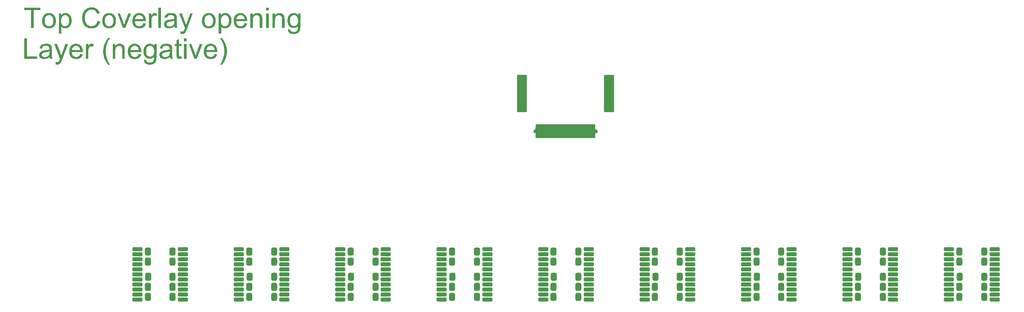
<source format=gts>
G04*
G04 #@! TF.GenerationSoftware,Altium Limited,Altium Designer,25.0.2 (28)*
G04*
G04 Layer_Color=8388736*
%FSLAX44Y44*%
%MOMM*%
G71*
G04*
G04 #@! TF.SameCoordinates,F5B53509-386E-4AF8-9846-D30C52800222*
G04*
G04*
G04 #@! TF.FilePolarity,Negative*
G04*
G01*
G75*
G04:AMPARAMS|DCode=11|XSize=2.5mm|YSize=1mm|CornerRadius=0.25mm|HoleSize=0mm|Usage=FLASHONLY|Rotation=0.000|XOffset=0mm|YOffset=0mm|HoleType=Round|Shape=RoundedRectangle|*
%AMROUNDEDRECTD11*
21,1,2.5000,0.5000,0,0,0.0*
21,1,2.0000,1.0000,0,0,0.0*
1,1,0.5000,1.0000,-0.2500*
1,1,0.5000,-1.0000,-0.2500*
1,1,0.5000,-1.0000,0.2500*
1,1,0.5000,1.0000,0.2500*
%
%ADD11ROUNDEDRECTD11*%
G04:AMPARAMS|DCode=12|XSize=1.5mm|YSize=2mm|CornerRadius=0.375mm|HoleSize=0mm|Usage=FLASHONLY|Rotation=180.000|XOffset=0mm|YOffset=0mm|HoleType=Round|Shape=RoundedRectangle|*
%AMROUNDEDRECTD12*
21,1,1.5000,1.2500,0,0,180.0*
21,1,0.7500,2.0000,0,0,180.0*
1,1,0.7500,-0.3750,0.6250*
1,1,0.7500,0.3750,0.6250*
1,1,0.7500,0.3750,-0.6250*
1,1,0.7500,-0.3750,-0.6250*
%
%ADD12ROUNDEDRECTD12*%
G36*
X1283000Y883500D02*
Y882903D01*
X1282543Y881801D01*
X1281699Y880957D01*
X1280597Y880500D01*
X1280000D01*
D01*
X1258000D01*
Y974500D01*
X1280000D01*
X1280597D01*
X1281699Y974043D01*
X1282543Y973199D01*
X1283000Y972097D01*
Y971500D01*
D01*
Y883500D01*
D02*
G37*
G36*
X1301500Y828000D02*
X1303000Y828000D01*
X1303390Y827961D01*
X1304111Y827663D01*
X1304663Y827111D01*
X1304961Y826390D01*
X1305000Y826000D01*
X1305000D01*
Y814976D01*
X1455000D01*
X1455000Y826000D01*
X1455038Y826390D01*
X1455337Y827111D01*
X1455889Y827663D01*
X1456610Y827961D01*
X1457000Y828000D01*
Y828000D01*
X1458500Y828000D01*
X1458898D01*
X1459633Y828304D01*
X1460195Y828867D01*
X1460500Y829602D01*
Y830000D01*
X1460500D01*
Y835000D01*
X1456223Y837168D01*
X1456219Y837159D01*
X1455959Y837292D01*
X1455511Y837665D01*
X1455189Y838151D01*
X1455021Y838709D01*
X1455000Y839000D01*
Y839000D01*
X1455000Y847000D01*
Y847597D01*
X1454543Y848699D01*
X1453699Y849543D01*
X1452597Y850000D01*
X1452000D01*
X1452000Y850000D01*
X1308000Y850000D01*
X1307403D01*
X1306301Y849543D01*
X1305457Y848699D01*
X1305000Y847597D01*
X1305000Y847000D01*
Y847000D01*
X1305000Y839000D01*
X1304979Y838709D01*
X1304811Y838151D01*
X1304489Y837665D01*
X1304041Y837292D01*
X1303781Y837159D01*
X1303781D01*
X1303777Y837168D01*
X1299500Y835000D01*
X1299500Y830000D01*
Y829602D01*
X1299804Y828867D01*
X1300367Y828304D01*
X1301102Y828000D01*
X1301500D01*
Y828000D01*
D02*
G37*
G36*
X1477000Y971500D02*
Y972097D01*
X1477457Y973199D01*
X1478301Y974043D01*
X1479403Y974500D01*
X1480000D01*
D01*
X1502000D01*
Y880500D01*
X1480000D01*
X1479403D01*
X1478301Y880957D01*
X1477457Y881801D01*
X1477000Y882903D01*
Y883500D01*
D01*
Y971500D01*
D02*
G37*
G36*
X633976Y1136485D02*
X627711D01*
Y1143683D01*
X633976D01*
Y1136485D01*
D02*
G37*
G36*
X190490Y1144483D02*
X191156Y1144416D01*
X191956Y1144350D01*
X192822Y1144216D01*
X193755Y1144083D01*
X195755Y1143617D01*
X196821Y1143283D01*
X197954Y1142883D01*
X199021Y1142417D01*
X200087Y1141950D01*
X201154Y1141284D01*
X202153Y1140617D01*
X202220Y1140551D01*
X202353Y1140417D01*
X202687Y1140217D01*
X203020Y1139884D01*
X203420Y1139484D01*
X203953Y1139018D01*
X204486Y1138418D01*
X205086Y1137751D01*
X205686Y1137018D01*
X206286Y1136218D01*
X206886Y1135285D01*
X207485Y1134352D01*
X208085Y1133286D01*
X208618Y1132153D01*
X209152Y1130887D01*
X209552Y1129620D01*
X202887Y1128021D01*
Y1128087D01*
X202820Y1128287D01*
X202687Y1128554D01*
X202553Y1128954D01*
X202353Y1129420D01*
X202153Y1129953D01*
X201553Y1131153D01*
X200820Y1132486D01*
X199954Y1133819D01*
X198888Y1135085D01*
X198288Y1135619D01*
X197688Y1136152D01*
X197621D01*
X197554Y1136285D01*
X197355Y1136418D01*
X197088Y1136552D01*
X196755Y1136752D01*
X196355Y1136952D01*
X195355Y1137485D01*
X194089Y1137951D01*
X192623Y1138351D01*
X190956Y1138618D01*
X189090Y1138751D01*
X188490D01*
X188090Y1138684D01*
X187624D01*
X187024Y1138618D01*
X186357Y1138484D01*
X185624Y1138418D01*
X184091Y1138085D01*
X182425Y1137551D01*
X180759Y1136818D01*
X179959Y1136418D01*
X179159Y1135885D01*
X179093D01*
X178959Y1135752D01*
X178759Y1135619D01*
X178493Y1135352D01*
X177826Y1134752D01*
X177027Y1133886D01*
X176093Y1132819D01*
X175160Y1131486D01*
X174294Y1130020D01*
X173627Y1128287D01*
Y1128221D01*
X173561Y1128087D01*
X173494Y1127821D01*
X173361Y1127487D01*
X173227Y1127021D01*
X173094Y1126488D01*
X172961Y1125888D01*
X172827Y1125288D01*
X172561Y1123755D01*
X172294Y1122089D01*
X172094Y1120289D01*
X172028Y1118423D01*
Y1118356D01*
Y1118156D01*
Y1117823D01*
Y1117357D01*
X172094Y1116757D01*
X172161Y1116090D01*
Y1115357D01*
X172294Y1114557D01*
X172494Y1112758D01*
X172827Y1110892D01*
X173294Y1108892D01*
X173894Y1107026D01*
Y1106959D01*
X173961Y1106826D01*
X174094Y1106559D01*
X174294Y1106226D01*
X174494Y1105826D01*
X174694Y1105360D01*
X175360Y1104293D01*
X176227Y1103094D01*
X177226Y1101894D01*
X178426Y1100761D01*
X179826Y1099761D01*
X179892D01*
X180026Y1099628D01*
X180226Y1099561D01*
X180559Y1099361D01*
X180892Y1099228D01*
X181359Y1099028D01*
X182425Y1098561D01*
X183758Y1098095D01*
X185224Y1097762D01*
X186824Y1097495D01*
X188557Y1097362D01*
X189090D01*
X189490Y1097428D01*
X190023Y1097495D01*
X190556Y1097562D01*
X191223Y1097628D01*
X191889Y1097762D01*
X193422Y1098161D01*
X195022Y1098761D01*
X195888Y1099095D01*
X196688Y1099561D01*
X197488Y1100028D01*
X198221Y1100628D01*
X198288Y1100694D01*
X198421Y1100761D01*
X198621Y1100961D01*
X198888Y1101227D01*
X199154Y1101561D01*
X199554Y1102027D01*
X199954Y1102494D01*
X200354Y1103094D01*
X200820Y1103693D01*
X201287Y1104427D01*
X201687Y1105226D01*
X202153Y1106093D01*
X202553Y1107093D01*
X202953Y1108092D01*
X203286Y1109159D01*
X203620Y1110358D01*
X210418Y1108625D01*
Y1108559D01*
X210285Y1108292D01*
X210151Y1107826D01*
X210018Y1107226D01*
X209751Y1106559D01*
X209418Y1105760D01*
X209085Y1104893D01*
X208618Y1103893D01*
X208152Y1102894D01*
X207552Y1101827D01*
X206952Y1100827D01*
X206219Y1099761D01*
X205486Y1098695D01*
X204619Y1097695D01*
X203686Y1096762D01*
X202687Y1095895D01*
X202620Y1095829D01*
X202420Y1095695D01*
X202153Y1095496D01*
X201687Y1095229D01*
X201154Y1094896D01*
X200487Y1094496D01*
X199754Y1094163D01*
X198954Y1093763D01*
X197954Y1093296D01*
X196955Y1092963D01*
X195822Y1092563D01*
X194622Y1092230D01*
X193356Y1091963D01*
X192023Y1091763D01*
X190623Y1091630D01*
X189157Y1091563D01*
X188357D01*
X187757Y1091630D01*
X187091Y1091696D01*
X186224Y1091763D01*
X185358Y1091830D01*
X184358Y1091963D01*
X182225Y1092363D01*
X179959Y1092963D01*
X178826Y1093363D01*
X177693Y1093829D01*
X176627Y1094296D01*
X175627Y1094896D01*
X175560Y1094962D01*
X175427Y1095029D01*
X175160Y1095229D01*
X174760Y1095562D01*
X174361Y1095895D01*
X173827Y1096295D01*
X173294Y1096829D01*
X172694Y1097428D01*
X172028Y1098028D01*
X171428Y1098761D01*
X170761Y1099561D01*
X170095Y1100494D01*
X169428Y1101427D01*
X168829Y1102427D01*
X168229Y1103560D01*
X167696Y1104693D01*
Y1104760D01*
X167562Y1104960D01*
X167429Y1105360D01*
X167296Y1105826D01*
X167096Y1106426D01*
X166829Y1107093D01*
X166629Y1107892D01*
X166362Y1108826D01*
X166096Y1109825D01*
X165896Y1110892D01*
X165629Y1112025D01*
X165429Y1113158D01*
X165163Y1115757D01*
X165030Y1118423D01*
Y1118490D01*
Y1118756D01*
Y1119223D01*
X165096Y1119756D01*
Y1120489D01*
X165163Y1121289D01*
X165296Y1122155D01*
X165429Y1123155D01*
X165563Y1124221D01*
X165763Y1125355D01*
X166296Y1127687D01*
X167029Y1130020D01*
X167496Y1131220D01*
X168029Y1132353D01*
X168095Y1132419D01*
X168162Y1132619D01*
X168362Y1132953D01*
X168629Y1133353D01*
X168895Y1133819D01*
X169295Y1134419D01*
X169762Y1135019D01*
X170295Y1135752D01*
X171495Y1137218D01*
X173027Y1138684D01*
X174760Y1140151D01*
X175760Y1140817D01*
X176760Y1141417D01*
X176826Y1141484D01*
X177027Y1141550D01*
X177360Y1141684D01*
X177760Y1141884D01*
X178293Y1142150D01*
X178893Y1142417D01*
X179626Y1142683D01*
X180426Y1143017D01*
X181359Y1143283D01*
X182292Y1143550D01*
X184425Y1144083D01*
X186757Y1144416D01*
X187957Y1144550D01*
X189956D01*
X190490Y1144483D01*
D02*
G37*
G36*
X525604Y1130287D02*
X526004D01*
X526537Y1130220D01*
X527670Y1130020D01*
X528936Y1129753D01*
X530403Y1129287D01*
X531802Y1128687D01*
X533202Y1127887D01*
X533269D01*
X533335Y1127754D01*
X533535Y1127621D01*
X533802Y1127421D01*
X534468Y1126888D01*
X535268Y1126088D01*
X536134Y1125088D01*
X537068Y1123955D01*
X537934Y1122555D01*
X538734Y1120956D01*
Y1120889D01*
X538801Y1120756D01*
X538934Y1120489D01*
X539000Y1120156D01*
X539200Y1119756D01*
X539334Y1119289D01*
X539467Y1118690D01*
X539667Y1118090D01*
X540000Y1116624D01*
X540333Y1115024D01*
X540533Y1113158D01*
X540600Y1111225D01*
Y1111158D01*
Y1110958D01*
Y1110692D01*
Y1110292D01*
X540533Y1109759D01*
X540467Y1109159D01*
X540400Y1108559D01*
X540333Y1107826D01*
X540067Y1106226D01*
X539734Y1104493D01*
X539200Y1102694D01*
X538534Y1100961D01*
Y1100894D01*
X538467Y1100761D01*
X538334Y1100561D01*
X538134Y1100228D01*
X537934Y1099828D01*
X537668Y1099428D01*
X537001Y1098428D01*
X536134Y1097295D01*
X535135Y1096095D01*
X533935Y1095029D01*
X532535Y1094029D01*
X532469D01*
X532336Y1093896D01*
X532136Y1093829D01*
X531869Y1093629D01*
X531536Y1093496D01*
X531069Y1093296D01*
X530069Y1092830D01*
X528870Y1092363D01*
X527470Y1092030D01*
X525937Y1091763D01*
X524338Y1091630D01*
X523804D01*
X523204Y1091696D01*
X522471Y1091830D01*
X521605Y1091963D01*
X520605Y1092163D01*
X519672Y1092496D01*
X518672Y1092963D01*
X518539Y1093029D01*
X518272Y1093230D01*
X517806Y1093496D01*
X517273Y1093896D01*
X516606Y1094362D01*
X515940Y1094962D01*
X515273Y1095562D01*
X514607Y1096295D01*
Y1078233D01*
X508342D01*
Y1129554D01*
X514073D01*
Y1124688D01*
X514140Y1124821D01*
X514407Y1125155D01*
X514873Y1125621D01*
X515406Y1126288D01*
X516073Y1126954D01*
X516806Y1127621D01*
X517673Y1128287D01*
X518606Y1128887D01*
X518739Y1128954D01*
X519072Y1129087D01*
X519605Y1129353D01*
X520339Y1129620D01*
X521272Y1129887D01*
X522338Y1130153D01*
X523538Y1130287D01*
X524804Y1130353D01*
X525271D01*
X525604Y1130287D01*
D02*
G37*
G36*
X123840D02*
X124240D01*
X124773Y1130220D01*
X125906Y1130020D01*
X127173Y1129753D01*
X128639Y1129287D01*
X130038Y1128687D01*
X131438Y1127887D01*
X131505D01*
X131571Y1127754D01*
X131771Y1127621D01*
X132038Y1127421D01*
X132704Y1126888D01*
X133504Y1126088D01*
X134371Y1125088D01*
X135304Y1123955D01*
X136170Y1122555D01*
X136970Y1120956D01*
Y1120889D01*
X137037Y1120756D01*
X137170Y1120489D01*
X137237Y1120156D01*
X137437Y1119756D01*
X137570Y1119289D01*
X137703Y1118690D01*
X137903Y1118090D01*
X138236Y1116624D01*
X138570Y1115024D01*
X138770Y1113158D01*
X138836Y1111225D01*
Y1111158D01*
Y1110958D01*
Y1110692D01*
Y1110292D01*
X138770Y1109759D01*
X138703Y1109159D01*
X138636Y1108559D01*
X138570Y1107826D01*
X138303Y1106226D01*
X137970Y1104493D01*
X137437Y1102694D01*
X136770Y1100961D01*
Y1100894D01*
X136704Y1100761D01*
X136570Y1100561D01*
X136370Y1100228D01*
X136170Y1099828D01*
X135904Y1099428D01*
X135237Y1098428D01*
X134371Y1097295D01*
X133371Y1096095D01*
X132171Y1095029D01*
X130772Y1094029D01*
X130705D01*
X130572Y1093896D01*
X130372Y1093829D01*
X130105Y1093629D01*
X129772Y1093496D01*
X129305Y1093296D01*
X128306Y1092830D01*
X127106Y1092363D01*
X125706Y1092030D01*
X124173Y1091763D01*
X122574Y1091630D01*
X122041D01*
X121441Y1091696D01*
X120708Y1091830D01*
X119841Y1091963D01*
X118841Y1092163D01*
X117908Y1092496D01*
X116909Y1092963D01*
X116775Y1093029D01*
X116509Y1093230D01*
X116042Y1093496D01*
X115509Y1093896D01*
X114842Y1094362D01*
X114176Y1094962D01*
X113509Y1095562D01*
X112843Y1096295D01*
Y1078233D01*
X106578D01*
Y1129554D01*
X112310D01*
Y1124688D01*
X112376Y1124821D01*
X112643Y1125155D01*
X113110Y1125621D01*
X113643Y1126288D01*
X114309Y1126954D01*
X115042Y1127621D01*
X115909Y1128287D01*
X116842Y1128887D01*
X116975Y1128954D01*
X117308Y1129087D01*
X117842Y1129353D01*
X118575Y1129620D01*
X119508Y1129887D01*
X120574Y1130153D01*
X121774Y1130287D01*
X123040Y1130353D01*
X123507D01*
X123840Y1130287D01*
D02*
G37*
G36*
X662236D02*
X663102Y1130220D01*
X664035Y1130020D01*
X665101Y1129820D01*
X666168Y1129487D01*
X667234Y1129087D01*
X667368Y1129020D01*
X667701Y1128887D01*
X668167Y1128620D01*
X668834Y1128221D01*
X669500Y1127821D01*
X670167Y1127287D01*
X670833Y1126621D01*
X671433Y1125954D01*
X671500Y1125888D01*
X671633Y1125621D01*
X671900Y1125221D01*
X672233Y1124621D01*
X672500Y1123955D01*
X672833Y1123155D01*
X673099Y1122289D01*
X673366Y1121289D01*
Y1121222D01*
X673433Y1120956D01*
X673499Y1120489D01*
X673566Y1119889D01*
X673633Y1119023D01*
X673699Y1118023D01*
X673766Y1116757D01*
Y1115224D01*
Y1092430D01*
X667501D01*
Y1114957D01*
Y1115024D01*
Y1115157D01*
Y1115291D01*
Y1115557D01*
X667434Y1116290D01*
Y1117090D01*
X667301Y1118023D01*
X667168Y1118956D01*
X666968Y1119823D01*
X666701Y1120622D01*
Y1120689D01*
X666568Y1120956D01*
X666368Y1121289D01*
X666101Y1121756D01*
X665768Y1122222D01*
X665301Y1122755D01*
X664768Y1123222D01*
X664102Y1123688D01*
X664035Y1123755D01*
X663768Y1123888D01*
X663369Y1124088D01*
X662835Y1124288D01*
X662236Y1124488D01*
X661502Y1124688D01*
X660636Y1124821D01*
X659770Y1124888D01*
X659370D01*
X659103Y1124821D01*
X658303Y1124755D01*
X657370Y1124555D01*
X656304Y1124288D01*
X655104Y1123822D01*
X653904Y1123155D01*
X652771Y1122289D01*
X652638Y1122155D01*
X652505Y1122022D01*
X652305Y1121756D01*
X652105Y1121489D01*
X651838Y1121089D01*
X651638Y1120689D01*
X651372Y1120156D01*
X651105Y1119489D01*
X650838Y1118823D01*
X650572Y1118023D01*
X650372Y1117157D01*
X650172Y1116157D01*
X650039Y1115090D01*
X649972Y1113891D01*
X649905Y1112625D01*
Y1092430D01*
X643640D01*
Y1129554D01*
X649305D01*
Y1124221D01*
X649372Y1124288D01*
X649505Y1124488D01*
X649705Y1124821D01*
X650039Y1125155D01*
X650505Y1125621D01*
X650972Y1126154D01*
X651572Y1126688D01*
X652305Y1127287D01*
X653105Y1127887D01*
X653971Y1128420D01*
X654904Y1128954D01*
X655971Y1129420D01*
X657104Y1129820D01*
X658303Y1130087D01*
X659636Y1130287D01*
X661036Y1130353D01*
X661636D01*
X662236Y1130287D01*
D02*
G37*
G36*
X606516D02*
X607383Y1130220D01*
X608316Y1130020D01*
X609382Y1129820D01*
X610449Y1129487D01*
X611515Y1129087D01*
X611648Y1129020D01*
X611982Y1128887D01*
X612448Y1128620D01*
X613115Y1128221D01*
X613781Y1127821D01*
X614448Y1127287D01*
X615114Y1126621D01*
X615714Y1125954D01*
X615781Y1125888D01*
X615914Y1125621D01*
X616181Y1125221D01*
X616514Y1124621D01*
X616781Y1123955D01*
X617114Y1123155D01*
X617380Y1122289D01*
X617647Y1121289D01*
Y1121222D01*
X617714Y1120956D01*
X617780Y1120489D01*
X617847Y1119889D01*
X617914Y1119023D01*
X617980Y1118023D01*
X618047Y1116757D01*
Y1115224D01*
Y1092430D01*
X611782D01*
Y1114957D01*
Y1115024D01*
Y1115157D01*
Y1115291D01*
Y1115557D01*
X611715Y1116290D01*
Y1117090D01*
X611582Y1118023D01*
X611449Y1118956D01*
X611249Y1119823D01*
X610982Y1120622D01*
Y1120689D01*
X610849Y1120956D01*
X610649Y1121289D01*
X610382Y1121756D01*
X610049Y1122222D01*
X609582Y1122755D01*
X609049Y1123222D01*
X608383Y1123688D01*
X608316Y1123755D01*
X608049Y1123888D01*
X607649Y1124088D01*
X607116Y1124288D01*
X606516Y1124488D01*
X605783Y1124688D01*
X604917Y1124821D01*
X604050Y1124888D01*
X603651D01*
X603384Y1124821D01*
X602584Y1124755D01*
X601651Y1124555D01*
X600585Y1124288D01*
X599385Y1123822D01*
X598185Y1123155D01*
X597052Y1122289D01*
X596919Y1122155D01*
X596786Y1122022D01*
X596586Y1121756D01*
X596386Y1121489D01*
X596119Y1121089D01*
X595919Y1120689D01*
X595653Y1120156D01*
X595386Y1119489D01*
X595119Y1118823D01*
X594853Y1118023D01*
X594653Y1117157D01*
X594453Y1116157D01*
X594320Y1115090D01*
X594253Y1113891D01*
X594186Y1112625D01*
Y1092430D01*
X587921D01*
Y1129554D01*
X593587D01*
Y1124221D01*
X593653Y1124288D01*
X593786Y1124488D01*
X593986Y1124821D01*
X594320Y1125155D01*
X594786Y1125621D01*
X595253Y1126154D01*
X595853Y1126688D01*
X596586Y1127287D01*
X597385Y1127887D01*
X598252Y1128420D01*
X599185Y1128954D01*
X600251Y1129420D01*
X601385Y1129820D01*
X602584Y1130087D01*
X603917Y1130287D01*
X605317Y1130353D01*
X605917D01*
X606516Y1130287D01*
D02*
G37*
G36*
X348116Y1130220D02*
X348916Y1130087D01*
X349916Y1129820D01*
X351049Y1129487D01*
X352182Y1128954D01*
X353448Y1128287D01*
X351249Y1122489D01*
X351115Y1122555D01*
X350849Y1122689D01*
X350382Y1122888D01*
X349782Y1123155D01*
X349116Y1123422D01*
X348316Y1123622D01*
X347449Y1123755D01*
X346583Y1123822D01*
X346250D01*
X345850Y1123755D01*
X345317Y1123688D01*
X344784Y1123488D01*
X344117Y1123288D01*
X343517Y1122955D01*
X342851Y1122555D01*
X342784Y1122489D01*
X342584Y1122355D01*
X342318Y1122022D01*
X341984Y1121622D01*
X341584Y1121156D01*
X341184Y1120556D01*
X340851Y1119889D01*
X340518Y1119090D01*
Y1119023D01*
X340451Y1118956D01*
Y1118756D01*
X340385Y1118490D01*
X340185Y1117823D01*
X340051Y1116957D01*
X339851Y1115824D01*
X339651Y1114624D01*
X339585Y1113224D01*
X339518Y1111758D01*
Y1092430D01*
X333253D01*
Y1129554D01*
X338918D01*
Y1123888D01*
X338985Y1124022D01*
X339118Y1124221D01*
X339252Y1124488D01*
X339718Y1125155D01*
X340185Y1125954D01*
X340784Y1126888D01*
X341451Y1127754D01*
X342184Y1128487D01*
X342851Y1129087D01*
X342917Y1129154D01*
X343184Y1129287D01*
X343584Y1129487D01*
X344050Y1129753D01*
X344650Y1129953D01*
X345383Y1130153D01*
X346116Y1130287D01*
X346916Y1130353D01*
X347449D01*
X348116Y1130220D01*
D02*
G37*
G36*
X273935Y1092430D02*
X267870D01*
X253874Y1129554D01*
X260538D01*
X268470Y1107292D01*
Y1107226D01*
X268536Y1107159D01*
X268603Y1106959D01*
X268670Y1106693D01*
X268936Y1105959D01*
X269270Y1105026D01*
X269669Y1103893D01*
X270069Y1102627D01*
X270469Y1101227D01*
X270869Y1099828D01*
Y1099894D01*
X270936Y1099961D01*
X271002Y1100361D01*
X271202Y1100961D01*
X271469Y1101827D01*
X271802Y1102827D01*
X272202Y1104027D01*
X272669Y1105426D01*
X273202Y1106893D01*
X281400Y1129554D01*
X287931D01*
X273935Y1092430D01*
D02*
G37*
G36*
X429229Y1091830D02*
Y1091763D01*
X429162Y1091563D01*
X429029Y1091230D01*
X428829Y1090830D01*
X428695Y1090363D01*
X428429Y1089764D01*
X427962Y1088497D01*
X427362Y1087098D01*
X426763Y1085698D01*
X426229Y1084432D01*
X425963Y1083898D01*
X425696Y1083432D01*
X425630Y1083299D01*
X425429Y1082965D01*
X425030Y1082366D01*
X424563Y1081699D01*
X424030Y1080966D01*
X423363Y1080233D01*
X422630Y1079500D01*
X421830Y1078900D01*
X421764Y1078833D01*
X421431Y1078700D01*
X421031Y1078433D01*
X420364Y1078167D01*
X419631Y1077900D01*
X418765Y1077634D01*
X417765Y1077500D01*
X416698Y1077433D01*
X416365D01*
X415965Y1077500D01*
X415499Y1077567D01*
X414899Y1077634D01*
X414166Y1077767D01*
X413433Y1077967D01*
X412633Y1078233D01*
X411966Y1084099D01*
X412033D01*
X412300Y1084032D01*
X412700Y1083898D01*
X413166Y1083832D01*
X413699Y1083699D01*
X414299Y1083565D01*
X415499Y1083499D01*
X415832D01*
X416232Y1083565D01*
X416698D01*
X417831Y1083832D01*
X418365Y1083965D01*
X418831Y1084232D01*
X418898D01*
X419031Y1084365D01*
X419298Y1084498D01*
X419564Y1084698D01*
X420231Y1085298D01*
X420897Y1086165D01*
Y1086231D01*
X421031Y1086365D01*
X421164Y1086631D01*
X421364Y1087098D01*
X421631Y1087764D01*
X421964Y1088564D01*
X422364Y1089630D01*
X422564Y1090230D01*
X422830Y1090897D01*
X422897Y1090963D01*
X422963Y1091297D01*
X423163Y1091763D01*
X423430Y1092430D01*
X409300Y1129554D01*
X415965D01*
X423763Y1108092D01*
Y1108026D01*
X423830Y1107892D01*
X423897Y1107692D01*
X424030Y1107359D01*
X424163Y1107026D01*
X424296Y1106559D01*
X424630Y1105493D01*
X425030Y1104227D01*
X425496Y1102760D01*
X425963Y1101161D01*
X426429Y1099494D01*
Y1099561D01*
X426496Y1099695D01*
X426563Y1099894D01*
X426629Y1100228D01*
X426763Y1100628D01*
X426896Y1101094D01*
X427162Y1102160D01*
X427562Y1103427D01*
X428029Y1104827D01*
X428562Y1106359D01*
X429095Y1107892D01*
X437027Y1129554D01*
X443292D01*
X429229Y1091830D01*
D02*
G37*
G36*
X633976Y1092430D02*
X627711D01*
Y1129554D01*
X633976D01*
Y1092430D01*
D02*
G37*
G36*
X390438Y1130287D02*
X391505Y1130220D01*
X392705Y1130087D01*
X394038Y1129887D01*
X395237Y1129620D01*
X396437Y1129220D01*
X396504D01*
X396570Y1129154D01*
X396903Y1129020D01*
X397437Y1128754D01*
X398103Y1128420D01*
X398836Y1128021D01*
X399570Y1127554D01*
X400236Y1126954D01*
X400836Y1126354D01*
X400902Y1126288D01*
X401036Y1126088D01*
X401302Y1125688D01*
X401636Y1125221D01*
X401969Y1124621D01*
X402302Y1123888D01*
X402569Y1123089D01*
X402835Y1122155D01*
Y1122089D01*
X402902Y1121822D01*
X402969Y1121422D01*
X403035Y1120822D01*
Y1120023D01*
X403102Y1119023D01*
X403169Y1117823D01*
Y1116357D01*
Y1107959D01*
Y1107892D01*
Y1107559D01*
Y1107159D01*
Y1106559D01*
Y1105893D01*
Y1105093D01*
Y1104227D01*
X403235Y1103294D01*
Y1101427D01*
X403302Y1099628D01*
X403368Y1098761D01*
Y1098028D01*
X403435Y1097428D01*
X403502Y1096895D01*
Y1096762D01*
X403568Y1096495D01*
X403702Y1096029D01*
X403835Y1095496D01*
X404102Y1094762D01*
X404368Y1094029D01*
X404701Y1093230D01*
X405101Y1092430D01*
X398503D01*
X398436Y1092496D01*
X398370Y1092763D01*
X398170Y1093163D01*
X398036Y1093763D01*
X397770Y1094429D01*
X397637Y1095229D01*
X397437Y1096095D01*
X397303Y1097095D01*
X397237D01*
X397170Y1096962D01*
X396970Y1096829D01*
X396704Y1096629D01*
X396037Y1096095D01*
X395104Y1095429D01*
X394104Y1094762D01*
X392971Y1094029D01*
X391705Y1093363D01*
X390505Y1092830D01*
X390438D01*
X390372Y1092763D01*
X390172Y1092696D01*
X389972Y1092630D01*
X389305Y1092430D01*
X388439Y1092230D01*
X387439Y1092030D01*
X386240Y1091830D01*
X384973Y1091696D01*
X383640Y1091630D01*
X383040D01*
X382640Y1091696D01*
X382107D01*
X381507Y1091763D01*
X380174Y1092030D01*
X378642Y1092363D01*
X377109Y1092896D01*
X375576Y1093629D01*
X374909Y1094029D01*
X374243Y1094563D01*
X374176Y1094629D01*
X374109Y1094696D01*
X373709Y1095096D01*
X373243Y1095762D01*
X372643Y1096629D01*
X372043Y1097762D01*
X371510Y1099028D01*
X371110Y1100494D01*
X371044Y1101294D01*
X370977Y1102160D01*
Y1102294D01*
Y1102627D01*
X371044Y1103160D01*
X371110Y1103827D01*
X371243Y1104560D01*
X371510Y1105426D01*
X371777Y1106293D01*
X372177Y1107159D01*
X372243Y1107292D01*
X372376Y1107559D01*
X372710Y1107959D01*
X373043Y1108492D01*
X373509Y1109025D01*
X374109Y1109625D01*
X374709Y1110225D01*
X375442Y1110758D01*
X375509Y1110825D01*
X375776Y1110958D01*
X376242Y1111225D01*
X376775Y1111558D01*
X377442Y1111891D01*
X378175Y1112225D01*
X379041Y1112558D01*
X379975Y1112824D01*
X380041D01*
X380308Y1112891D01*
X380774Y1113024D01*
X381374Y1113091D01*
X382174Y1113291D01*
X383107Y1113424D01*
X384240Y1113558D01*
X385573Y1113757D01*
X385640D01*
X385906Y1113824D01*
X386306D01*
X386839Y1113958D01*
X387439Y1114024D01*
X388172Y1114091D01*
X388972Y1114224D01*
X389839Y1114357D01*
X391638Y1114691D01*
X393504Y1115090D01*
X395237Y1115490D01*
X396037Y1115757D01*
X396770Y1115957D01*
Y1116024D01*
Y1116157D01*
Y1116357D01*
X396837Y1116624D01*
Y1117157D01*
Y1117423D01*
Y1117557D01*
Y1117623D01*
Y1117757D01*
Y1117956D01*
Y1118156D01*
X396770Y1118890D01*
X396637Y1119689D01*
X396370Y1120622D01*
X396104Y1121489D01*
X395637Y1122355D01*
X395037Y1123022D01*
X394904Y1123089D01*
X394571Y1123355D01*
X394038Y1123688D01*
X393238Y1124088D01*
X392171Y1124488D01*
X390972Y1124821D01*
X389505Y1125088D01*
X387839Y1125155D01*
X387106D01*
X386306Y1125088D01*
X385373Y1124955D01*
X384240Y1124755D01*
X383174Y1124488D01*
X382107Y1124088D01*
X381241Y1123555D01*
X381174Y1123488D01*
X380908Y1123288D01*
X380508Y1122888D01*
X380108Y1122289D01*
X379575Y1121555D01*
X379108Y1120622D01*
X378575Y1119423D01*
X378175Y1118090D01*
X372043Y1118956D01*
Y1119023D01*
X372110Y1119156D01*
Y1119356D01*
X372177Y1119623D01*
X372376Y1120356D01*
X372710Y1121222D01*
X373043Y1122222D01*
X373509Y1123288D01*
X374109Y1124355D01*
X374776Y1125288D01*
X374842Y1125421D01*
X375109Y1125688D01*
X375576Y1126088D01*
X376175Y1126688D01*
X376975Y1127287D01*
X377908Y1127887D01*
X379041Y1128487D01*
X380308Y1129020D01*
X380374D01*
X380508Y1129087D01*
X380708Y1129154D01*
X380974Y1129220D01*
X381307Y1129353D01*
X381707Y1129420D01*
X382774Y1129687D01*
X383974Y1129953D01*
X385440Y1130153D01*
X387039Y1130287D01*
X388772Y1130353D01*
X389972D01*
X390438Y1130287D01*
D02*
G37*
G36*
X363312Y1092430D02*
X357047D01*
Y1143683D01*
X363312D01*
Y1092430D01*
D02*
G37*
G36*
X60523Y1137618D02*
X43661D01*
Y1092430D01*
X36862D01*
Y1137618D01*
X20000D01*
Y1143683D01*
X60523D01*
Y1137618D01*
D02*
G37*
G36*
X564527Y1130287D02*
X565127Y1130220D01*
X565860Y1130087D01*
X566727Y1129953D01*
X567593Y1129753D01*
X568526Y1129487D01*
X569526Y1129087D01*
X570526Y1128687D01*
X571525Y1128221D01*
X572592Y1127621D01*
X573592Y1126954D01*
X574525Y1126154D01*
X575458Y1125288D01*
X575524Y1125221D01*
X575658Y1125021D01*
X575924Y1124755D01*
X576191Y1124355D01*
X576524Y1123822D01*
X576924Y1123222D01*
X577391Y1122489D01*
X577857Y1121622D01*
X578257Y1120622D01*
X578724Y1119556D01*
X579123Y1118423D01*
X579457Y1117157D01*
X579723Y1115757D01*
X579990Y1114291D01*
X580123Y1112691D01*
X580190Y1111025D01*
Y1110892D01*
Y1110625D01*
Y1110092D01*
X580123Y1109359D01*
X552464D01*
Y1109292D01*
Y1109092D01*
X552530Y1108759D01*
X552597Y1108359D01*
X552664Y1107826D01*
X552730Y1107226D01*
X552997Y1105893D01*
X553463Y1104360D01*
X554063Y1102827D01*
X554863Y1101361D01*
X555330Y1100694D01*
X555863Y1100028D01*
X555929Y1099961D01*
X555996Y1099894D01*
X556196Y1099761D01*
X556396Y1099561D01*
X557129Y1099028D01*
X557996Y1098428D01*
X559129Y1097828D01*
X560462Y1097362D01*
X561995Y1096962D01*
X562794Y1096895D01*
X563661Y1096829D01*
X564261D01*
X564860Y1096895D01*
X565727Y1097029D01*
X566593Y1097295D01*
X567593Y1097562D01*
X568593Y1098028D01*
X569526Y1098628D01*
X569659Y1098695D01*
X569926Y1098961D01*
X570392Y1099428D01*
X570926Y1100028D01*
X571525Y1100827D01*
X572192Y1101894D01*
X572858Y1103094D01*
X573392Y1104493D01*
X579923Y1103627D01*
Y1103560D01*
X579857Y1103360D01*
X579790Y1103094D01*
X579590Y1102694D01*
X579457Y1102227D01*
X579190Y1101627D01*
X578657Y1100361D01*
X577857Y1098961D01*
X576857Y1097495D01*
X575658Y1096029D01*
X574258Y1094762D01*
X574191D01*
X574058Y1094629D01*
X573858Y1094496D01*
X573525Y1094296D01*
X573125Y1094029D01*
X572592Y1093763D01*
X572059Y1093496D01*
X571392Y1093230D01*
X570659Y1092896D01*
X569859Y1092630D01*
X568993Y1092363D01*
X568060Y1092096D01*
X565993Y1091763D01*
X564860Y1091696D01*
X563661Y1091630D01*
X563327D01*
X562861Y1091696D01*
X562328D01*
X561661Y1091763D01*
X560862Y1091897D01*
X559928Y1092030D01*
X558995Y1092230D01*
X557996Y1092496D01*
X556929Y1092830D01*
X555863Y1093230D01*
X554796Y1093763D01*
X553730Y1094296D01*
X552664Y1094962D01*
X551664Y1095762D01*
X550731Y1096629D01*
X550664Y1096695D01*
X550531Y1096895D01*
X550264Y1097162D01*
X549998Y1097562D01*
X549664Y1098095D01*
X549264Y1098695D01*
X548798Y1099428D01*
X548398Y1100228D01*
X547932Y1101227D01*
X547465Y1102227D01*
X547065Y1103427D01*
X546732Y1104626D01*
X546465Y1106026D01*
X546199Y1107426D01*
X546065Y1108959D01*
X545999Y1110625D01*
Y1110758D01*
Y1111025D01*
X546065Y1111558D01*
Y1112158D01*
X546132Y1112958D01*
X546265Y1113891D01*
X546399Y1114891D01*
X546599Y1115957D01*
X546865Y1117090D01*
X547198Y1118290D01*
X547532Y1119489D01*
X547998Y1120689D01*
X548598Y1121889D01*
X549198Y1123089D01*
X549931Y1124155D01*
X550797Y1125155D01*
X550864Y1125221D01*
X550997Y1125355D01*
X551264Y1125621D01*
X551664Y1125954D01*
X552130Y1126354D01*
X552730Y1126821D01*
X553397Y1127287D01*
X554130Y1127754D01*
X554996Y1128221D01*
X555929Y1128687D01*
X556996Y1129154D01*
X558062Y1129554D01*
X559262Y1129887D01*
X560528Y1130153D01*
X561861Y1130287D01*
X563261Y1130353D01*
X563994D01*
X564527Y1130287D01*
D02*
G37*
G36*
X484814D02*
X485481Y1130220D01*
X486214Y1130087D01*
X487080Y1129953D01*
X488013Y1129753D01*
X488947Y1129487D01*
X489946Y1129087D01*
X491013Y1128687D01*
X492079Y1128221D01*
X493145Y1127621D01*
X494145Y1126954D01*
X495145Y1126154D01*
X496078Y1125288D01*
X496145Y1125221D01*
X496278Y1125088D01*
X496545Y1124755D01*
X496811Y1124355D01*
X497211Y1123888D01*
X497611Y1123222D01*
X498078Y1122489D01*
X498544Y1121689D01*
X498944Y1120756D01*
X499411Y1119756D01*
X499810Y1118623D01*
X500210Y1117357D01*
X500477Y1116024D01*
X500744Y1114624D01*
X500877Y1113091D01*
X500943Y1111491D01*
Y1111425D01*
Y1111158D01*
Y1110825D01*
Y1110292D01*
X500877Y1109692D01*
X500810Y1109025D01*
X500744Y1108226D01*
X500677Y1107426D01*
X500410Y1105626D01*
X500010Y1103760D01*
X499477Y1101894D01*
X499144Y1101028D01*
X498744Y1100228D01*
Y1100161D01*
X498677Y1100028D01*
X498544Y1099828D01*
X498344Y1099561D01*
X497878Y1098828D01*
X497145Y1097895D01*
X496278Y1096895D01*
X495212Y1095829D01*
X493945Y1094829D01*
X492479Y1093896D01*
X492412D01*
X492279Y1093829D01*
X492079Y1093696D01*
X491746Y1093563D01*
X491413Y1093363D01*
X490946Y1093163D01*
X489813Y1092763D01*
X488547Y1092363D01*
X487014Y1091963D01*
X485348Y1091696D01*
X483548Y1091630D01*
X483215D01*
X482815Y1091696D01*
X482282D01*
X481615Y1091763D01*
X480882Y1091897D01*
X480015Y1092030D01*
X479082Y1092230D01*
X478083Y1092496D01*
X477083Y1092830D01*
X476083Y1093230D01*
X475017Y1093696D01*
X473950Y1094296D01*
X472951Y1094962D01*
X471951Y1095695D01*
X471018Y1096562D01*
X470951Y1096629D01*
X470818Y1096829D01*
X470551Y1097095D01*
X470285Y1097495D01*
X469885Y1098028D01*
X469485Y1098628D01*
X469085Y1099361D01*
X468619Y1100228D01*
X468152Y1101227D01*
X467752Y1102294D01*
X467352Y1103427D01*
X466952Y1104760D01*
X466686Y1106160D01*
X466419Y1107626D01*
X466286Y1109225D01*
X466219Y1110958D01*
Y1111092D01*
Y1111425D01*
X466286Y1111958D01*
Y1112625D01*
X466419Y1113491D01*
X466552Y1114491D01*
X466686Y1115557D01*
X466952Y1116690D01*
X467219Y1117956D01*
X467619Y1119223D01*
X468085Y1120489D01*
X468619Y1121756D01*
X469285Y1122955D01*
X470018Y1124155D01*
X470885Y1125221D01*
X471884Y1126221D01*
X471951Y1126288D01*
X472084Y1126421D01*
X472351Y1126621D01*
X472751Y1126888D01*
X473217Y1127154D01*
X473750Y1127554D01*
X474417Y1127887D01*
X475150Y1128287D01*
X475950Y1128687D01*
X476816Y1129020D01*
X477816Y1129420D01*
X478816Y1129687D01*
X479949Y1129953D01*
X481082Y1130153D01*
X482282Y1130287D01*
X483548Y1130353D01*
X484281D01*
X484814Y1130287D01*
D02*
G37*
G36*
X309926D02*
X310526Y1130220D01*
X311259Y1130087D01*
X312125Y1129953D01*
X312992Y1129753D01*
X313925Y1129487D01*
X314925Y1129087D01*
X315924Y1128687D01*
X316924Y1128221D01*
X317990Y1127621D01*
X318990Y1126954D01*
X319923Y1126154D01*
X320856Y1125288D01*
X320923Y1125221D01*
X321056Y1125021D01*
X321323Y1124755D01*
X321590Y1124355D01*
X321923Y1123822D01*
X322323Y1123222D01*
X322789Y1122489D01*
X323256Y1121622D01*
X323656Y1120622D01*
X324122Y1119556D01*
X324522Y1118423D01*
X324855Y1117157D01*
X325122Y1115757D01*
X325388Y1114291D01*
X325522Y1112691D01*
X325588Y1111025D01*
Y1110892D01*
Y1110625D01*
Y1110092D01*
X325522Y1109359D01*
X297862D01*
Y1109292D01*
Y1109092D01*
X297929Y1108759D01*
X297995Y1108359D01*
X298062Y1107826D01*
X298129Y1107226D01*
X298395Y1105893D01*
X298862Y1104360D01*
X299462Y1102827D01*
X300262Y1101361D01*
X300728Y1100694D01*
X301261Y1100028D01*
X301328Y1099961D01*
X301395Y1099894D01*
X301595Y1099761D01*
X301794Y1099561D01*
X302528Y1099028D01*
X303394Y1098428D01*
X304527Y1097828D01*
X305860Y1097362D01*
X307393Y1096962D01*
X308193Y1096895D01*
X309059Y1096829D01*
X309659D01*
X310259Y1096895D01*
X311126Y1097029D01*
X311992Y1097295D01*
X312992Y1097562D01*
X313991Y1098028D01*
X314925Y1098628D01*
X315058Y1098695D01*
X315324Y1098961D01*
X315791Y1099428D01*
X316324Y1100028D01*
X316924Y1100827D01*
X317591Y1101894D01*
X318257Y1103094D01*
X318790Y1104493D01*
X325322Y1103627D01*
Y1103560D01*
X325255Y1103360D01*
X325188Y1103094D01*
X324989Y1102694D01*
X324855Y1102227D01*
X324589Y1101627D01*
X324055Y1100361D01*
X323256Y1098961D01*
X322256Y1097495D01*
X321056Y1096029D01*
X319657Y1094762D01*
X319590D01*
X319457Y1094629D01*
X319257Y1094496D01*
X318923Y1094296D01*
X318524Y1094029D01*
X317990Y1093763D01*
X317457Y1093496D01*
X316791Y1093230D01*
X316057Y1092896D01*
X315258Y1092630D01*
X314391Y1092363D01*
X313458Y1092096D01*
X311392Y1091763D01*
X310259Y1091696D01*
X309059Y1091630D01*
X308726D01*
X308260Y1091696D01*
X307726D01*
X307060Y1091763D01*
X306260Y1091897D01*
X305327Y1092030D01*
X304394Y1092230D01*
X303394Y1092496D01*
X302328Y1092830D01*
X301261Y1093230D01*
X300195Y1093763D01*
X299128Y1094296D01*
X298062Y1094962D01*
X297062Y1095762D01*
X296129Y1096629D01*
X296063Y1096695D01*
X295929Y1096895D01*
X295663Y1097162D01*
X295396Y1097562D01*
X295063Y1098095D01*
X294663Y1098695D01*
X294196Y1099428D01*
X293797Y1100228D01*
X293330Y1101227D01*
X292864Y1102227D01*
X292464Y1103427D01*
X292130Y1104626D01*
X291864Y1106026D01*
X291597Y1107426D01*
X291464Y1108959D01*
X291397Y1110625D01*
Y1110758D01*
Y1111025D01*
X291464Y1111558D01*
Y1112158D01*
X291530Y1112958D01*
X291664Y1113891D01*
X291797Y1114891D01*
X291997Y1115957D01*
X292264Y1117090D01*
X292597Y1118290D01*
X292930Y1119489D01*
X293397Y1120689D01*
X293997Y1121889D01*
X294596Y1123089D01*
X295329Y1124155D01*
X296196Y1125155D01*
X296263Y1125221D01*
X296396Y1125355D01*
X296663Y1125621D01*
X297062Y1125954D01*
X297529Y1126354D01*
X298129Y1126821D01*
X298795Y1127287D01*
X299528Y1127754D01*
X300395Y1128221D01*
X301328Y1128687D01*
X302394Y1129154D01*
X303461Y1129554D01*
X304660Y1129887D01*
X305927Y1130153D01*
X307260Y1130287D01*
X308659Y1130353D01*
X309393D01*
X309926Y1130287D01*
D02*
G37*
G36*
X234212D02*
X234878Y1130220D01*
X235611Y1130087D01*
X236478Y1129953D01*
X237411Y1129753D01*
X238344Y1129487D01*
X239344Y1129087D01*
X240410Y1128687D01*
X241477Y1128221D01*
X242543Y1127621D01*
X243543Y1126954D01*
X244543Y1126154D01*
X245476Y1125288D01*
X245542Y1125221D01*
X245676Y1125088D01*
X245942Y1124755D01*
X246209Y1124355D01*
X246609Y1123888D01*
X247008Y1123222D01*
X247475Y1122489D01*
X247942Y1121689D01*
X248342Y1120756D01*
X248808Y1119756D01*
X249208Y1118623D01*
X249608Y1117357D01*
X249874Y1116024D01*
X250141Y1114624D01*
X250274Y1113091D01*
X250341Y1111491D01*
Y1111425D01*
Y1111158D01*
Y1110825D01*
Y1110292D01*
X250274Y1109692D01*
X250208Y1109025D01*
X250141Y1108226D01*
X250074Y1107426D01*
X249808Y1105626D01*
X249408Y1103760D01*
X248875Y1101894D01*
X248542Y1101028D01*
X248142Y1100228D01*
Y1100161D01*
X248075Y1100028D01*
X247942Y1099828D01*
X247742Y1099561D01*
X247275Y1098828D01*
X246542Y1097895D01*
X245676Y1096895D01*
X244609Y1095829D01*
X243343Y1094829D01*
X241877Y1093896D01*
X241810D01*
X241677Y1093829D01*
X241477Y1093696D01*
X241143Y1093563D01*
X240810Y1093363D01*
X240344Y1093163D01*
X239210Y1092763D01*
X237944Y1092363D01*
X236411Y1091963D01*
X234745Y1091696D01*
X232945Y1091630D01*
X232612D01*
X232212Y1091696D01*
X231679D01*
X231013Y1091763D01*
X230280Y1091897D01*
X229413Y1092030D01*
X228480Y1092230D01*
X227480Y1092496D01*
X226481Y1092830D01*
X225481Y1093230D01*
X224414Y1093696D01*
X223348Y1094296D01*
X222348Y1094962D01*
X221348Y1095695D01*
X220415Y1096562D01*
X220349Y1096629D01*
X220215Y1096829D01*
X219949Y1097095D01*
X219682Y1097495D01*
X219282Y1098028D01*
X218882Y1098628D01*
X218482Y1099361D01*
X218016Y1100228D01*
X217549Y1101227D01*
X217150Y1102294D01*
X216750Y1103427D01*
X216350Y1104760D01*
X216083Y1106160D01*
X215816Y1107626D01*
X215683Y1109225D01*
X215617Y1110958D01*
Y1111092D01*
Y1111425D01*
X215683Y1111958D01*
Y1112625D01*
X215816Y1113491D01*
X215950Y1114491D01*
X216083Y1115557D01*
X216350Y1116690D01*
X216616Y1117956D01*
X217016Y1119223D01*
X217483Y1120489D01*
X218016Y1121756D01*
X218682Y1122955D01*
X219416Y1124155D01*
X220282Y1125221D01*
X221282Y1126221D01*
X221348Y1126288D01*
X221482Y1126421D01*
X221748Y1126621D01*
X222148Y1126888D01*
X222615Y1127154D01*
X223148Y1127554D01*
X223815Y1127887D01*
X224548Y1128287D01*
X225347Y1128687D01*
X226214Y1129020D01*
X227214Y1129420D01*
X228213Y1129687D01*
X229346Y1129953D01*
X230479Y1130153D01*
X231679Y1130287D01*
X232945Y1130353D01*
X233679D01*
X234212Y1130287D01*
D02*
G37*
G36*
X83050D02*
X83717Y1130220D01*
X84450Y1130087D01*
X85317Y1129953D01*
X86250Y1129753D01*
X87183Y1129487D01*
X88183Y1129087D01*
X89249Y1128687D01*
X90315Y1128221D01*
X91382Y1127621D01*
X92381Y1126954D01*
X93381Y1126154D01*
X94314Y1125288D01*
X94381Y1125221D01*
X94514Y1125088D01*
X94781Y1124755D01*
X95048Y1124355D01*
X95447Y1123888D01*
X95847Y1123222D01*
X96314Y1122489D01*
X96780Y1121689D01*
X97180Y1120756D01*
X97647Y1119756D01*
X98047Y1118623D01*
X98447Y1117357D01*
X98713Y1116024D01*
X98980Y1114624D01*
X99113Y1113091D01*
X99180Y1111491D01*
Y1111425D01*
Y1111158D01*
Y1110825D01*
Y1110292D01*
X99113Y1109692D01*
X99046Y1109025D01*
X98980Y1108226D01*
X98913Y1107426D01*
X98646Y1105626D01*
X98247Y1103760D01*
X97713Y1101894D01*
X97380Y1101028D01*
X96980Y1100228D01*
Y1100161D01*
X96914Y1100028D01*
X96780Y1099828D01*
X96580Y1099561D01*
X96114Y1098828D01*
X95381Y1097895D01*
X94514Y1096895D01*
X93448Y1095829D01*
X92182Y1094829D01*
X90715Y1093896D01*
X90649D01*
X90515Y1093829D01*
X90315Y1093696D01*
X89982Y1093563D01*
X89649Y1093363D01*
X89182Y1093163D01*
X88049Y1092763D01*
X86783Y1092363D01*
X85250Y1091963D01*
X83584Y1091696D01*
X81784Y1091630D01*
X81451D01*
X81051Y1091696D01*
X80518D01*
X79851Y1091763D01*
X79118Y1091897D01*
X78252Y1092030D01*
X77319Y1092230D01*
X76319Y1092496D01*
X75319Y1092830D01*
X74319Y1093230D01*
X73253Y1093696D01*
X72187Y1094296D01*
X71187Y1094962D01*
X70187Y1095695D01*
X69254Y1096562D01*
X69187Y1096629D01*
X69054Y1096829D01*
X68787Y1097095D01*
X68521Y1097495D01*
X68121Y1098028D01*
X67721Y1098628D01*
X67321Y1099361D01*
X66855Y1100228D01*
X66388Y1101227D01*
X65988Y1102294D01*
X65588Y1103427D01*
X65188Y1104760D01*
X64922Y1106160D01*
X64655Y1107626D01*
X64522Y1109225D01*
X64455Y1110958D01*
Y1111092D01*
Y1111425D01*
X64522Y1111958D01*
Y1112625D01*
X64655Y1113491D01*
X64788Y1114491D01*
X64922Y1115557D01*
X65188Y1116690D01*
X65455Y1117956D01*
X65855Y1119223D01*
X66322Y1120489D01*
X66855Y1121756D01*
X67521Y1122955D01*
X68254Y1124155D01*
X69121Y1125221D01*
X70121Y1126221D01*
X70187Y1126288D01*
X70321Y1126421D01*
X70587Y1126621D01*
X70987Y1126888D01*
X71453Y1127154D01*
X71987Y1127554D01*
X72653Y1127887D01*
X73386Y1128287D01*
X74186Y1128687D01*
X75053Y1129020D01*
X76052Y1129420D01*
X77052Y1129687D01*
X78185Y1129953D01*
X79318Y1130153D01*
X80518Y1130287D01*
X81784Y1130353D01*
X82517D01*
X83050Y1130287D01*
D02*
G37*
G36*
X697693D02*
X698160D01*
X698693Y1130220D01*
X699359Y1130087D01*
X700092Y1129887D01*
X700892Y1129687D01*
X701692Y1129420D01*
X702559Y1129020D01*
X703492Y1128620D01*
X704425Y1128087D01*
X705291Y1127487D01*
X706224Y1126754D01*
X707091Y1125888D01*
X707890Y1124955D01*
Y1129554D01*
X713689D01*
Y1097495D01*
Y1097428D01*
Y1097095D01*
Y1096695D01*
Y1096095D01*
X713622Y1095362D01*
Y1094563D01*
X713556Y1093696D01*
X713489Y1092763D01*
X713223Y1090763D01*
X712956Y1088697D01*
X712756Y1087764D01*
X712489Y1086831D01*
X712223Y1086031D01*
X711889Y1085298D01*
Y1085231D01*
X711823Y1085165D01*
X711690Y1084965D01*
X711556Y1084698D01*
X711156Y1084032D01*
X710556Y1083232D01*
X709757Y1082299D01*
X708824Y1081366D01*
X707624Y1080433D01*
X706291Y1079566D01*
X706224D01*
X706091Y1079500D01*
X705891Y1079366D01*
X705624Y1079233D01*
X705225Y1079100D01*
X704825Y1078900D01*
X704292Y1078700D01*
X703692Y1078500D01*
X702359Y1078100D01*
X700759Y1077767D01*
X698893Y1077500D01*
X696893Y1077433D01*
X696227D01*
X695827Y1077500D01*
X695227D01*
X694561Y1077567D01*
X693894Y1077700D01*
X693094Y1077833D01*
X691361Y1078167D01*
X689562Y1078700D01*
X687829Y1079433D01*
X686963Y1079900D01*
X686163Y1080433D01*
X686096Y1080499D01*
X685963Y1080566D01*
X685763Y1080766D01*
X685563Y1080966D01*
X685230Y1081299D01*
X684896Y1081699D01*
X684497Y1082166D01*
X684163Y1082699D01*
X683763Y1083299D01*
X683430Y1083965D01*
X683097Y1084698D01*
X682764Y1085498D01*
X682564Y1086365D01*
X682364Y1087298D01*
X682230Y1088364D01*
Y1089430D01*
X688362Y1088564D01*
Y1088431D01*
X688429Y1088097D01*
X688562Y1087631D01*
X688762Y1087031D01*
X689029Y1086298D01*
X689429Y1085631D01*
X689895Y1084965D01*
X690495Y1084432D01*
X690628Y1084365D01*
X690895Y1084165D01*
X691428Y1083832D01*
X692161Y1083565D01*
X693094Y1083232D01*
X694161Y1082899D01*
X695427Y1082699D01*
X696893Y1082632D01*
X697626D01*
X698360Y1082699D01*
X699359Y1082832D01*
X700426Y1083099D01*
X701559Y1083365D01*
X702625Y1083832D01*
X703625Y1084432D01*
X703758Y1084498D01*
X704025Y1084765D01*
X704425Y1085165D01*
X704958Y1085698D01*
X705491Y1086365D01*
X705958Y1087231D01*
X706491Y1088164D01*
X706824Y1089297D01*
Y1089364D01*
X706891Y1089697D01*
X707024Y1090230D01*
Y1090564D01*
X707091Y1091030D01*
X707157Y1091497D01*
Y1092096D01*
X707224Y1092763D01*
Y1093496D01*
X707291Y1094296D01*
Y1095229D01*
Y1096229D01*
Y1097295D01*
X707224Y1097228D01*
X707091Y1097095D01*
X706891Y1096829D01*
X706557Y1096562D01*
X706158Y1096162D01*
X705691Y1095762D01*
X705091Y1095296D01*
X704491Y1094896D01*
X703758Y1094429D01*
X702959Y1093963D01*
X701226Y1093163D01*
X700226Y1092896D01*
X699226Y1092630D01*
X698160Y1092496D01*
X697027Y1092430D01*
X696693D01*
X696293Y1092496D01*
X695760D01*
X695094Y1092630D01*
X694361Y1092696D01*
X693561Y1092896D01*
X692694Y1093096D01*
X691761Y1093429D01*
X690762Y1093763D01*
X689762Y1094229D01*
X688762Y1094762D01*
X687829Y1095362D01*
X686896Y1096095D01*
X685963Y1096962D01*
X685163Y1097895D01*
X685096Y1097962D01*
X684963Y1098161D01*
X684763Y1098428D01*
X684497Y1098895D01*
X684163Y1099428D01*
X683830Y1100028D01*
X683430Y1100827D01*
X683097Y1101627D01*
X682697Y1102560D01*
X682297Y1103560D01*
X681964Y1104626D01*
X681631Y1105826D01*
X681364Y1107093D01*
X681164Y1108359D01*
X681031Y1109759D01*
X680964Y1111158D01*
Y1111225D01*
Y1111425D01*
Y1111691D01*
Y1112091D01*
X681031Y1112558D01*
X681097Y1113091D01*
Y1113691D01*
X681231Y1114357D01*
X681431Y1115890D01*
X681764Y1117557D01*
X682230Y1119223D01*
X682897Y1120956D01*
Y1121022D01*
X682964Y1121156D01*
X683097Y1121356D01*
X683230Y1121689D01*
X683430Y1122089D01*
X683697Y1122489D01*
X684297Y1123488D01*
X685096Y1124621D01*
X686030Y1125754D01*
X687162Y1126888D01*
X688429Y1127887D01*
X688495D01*
X688629Y1128021D01*
X688829Y1128087D01*
X689095Y1128287D01*
X689429Y1128487D01*
X689828Y1128687D01*
X690895Y1129154D01*
X692161Y1129554D01*
X693627Y1129953D01*
X695227Y1130220D01*
X697027Y1130353D01*
X697293D01*
X697693Y1130287D01*
D02*
G37*
G36*
X427496Y1059118D02*
X421231D01*
Y1066316D01*
X427496D01*
Y1059118D01*
D02*
G37*
G36*
X260805Y1052920D02*
X261672Y1052853D01*
X262605Y1052653D01*
X263671Y1052453D01*
X264737Y1052120D01*
X265804Y1051720D01*
X265937Y1051653D01*
X266270Y1051520D01*
X266737Y1051254D01*
X267403Y1050854D01*
X268070Y1050454D01*
X268736Y1049921D01*
X269403Y1049254D01*
X270003Y1048588D01*
X270069Y1048521D01*
X270203Y1048254D01*
X270469Y1047854D01*
X270802Y1047255D01*
X271069Y1046588D01*
X271402Y1045788D01*
X271669Y1044922D01*
X271936Y1043922D01*
Y1043855D01*
X272002Y1043589D01*
X272069Y1043122D01*
X272135Y1042523D01*
X272202Y1041656D01*
X272269Y1040656D01*
X272335Y1039390D01*
Y1037857D01*
Y1015063D01*
X266070D01*
Y1037590D01*
Y1037657D01*
Y1037790D01*
Y1037924D01*
Y1038190D01*
X266004Y1038923D01*
Y1039723D01*
X265870Y1040656D01*
X265737Y1041589D01*
X265537Y1042456D01*
X265271Y1043256D01*
Y1043322D01*
X265137Y1043589D01*
X264937Y1043922D01*
X264671Y1044389D01*
X264337Y1044855D01*
X263871Y1045388D01*
X263338Y1045855D01*
X262671Y1046321D01*
X262605Y1046388D01*
X262338Y1046521D01*
X261938Y1046721D01*
X261405Y1046921D01*
X260805Y1047121D01*
X260072Y1047321D01*
X259205Y1047455D01*
X258339Y1047521D01*
X257939D01*
X257673Y1047455D01*
X256873Y1047388D01*
X255940Y1047188D01*
X254873Y1046921D01*
X253673Y1046455D01*
X252474Y1045788D01*
X251341Y1044922D01*
X251208Y1044789D01*
X251074Y1044655D01*
X250874Y1044389D01*
X250674Y1044122D01*
X250408Y1043722D01*
X250208Y1043322D01*
X249941Y1042789D01*
X249674Y1042123D01*
X249408Y1041456D01*
X249141Y1040656D01*
X248941Y1039790D01*
X248741Y1038790D01*
X248608Y1037724D01*
X248542Y1036524D01*
X248475Y1035258D01*
Y1015063D01*
X242210D01*
Y1052187D01*
X247875D01*
Y1046855D01*
X247942Y1046921D01*
X248075Y1047121D01*
X248275Y1047455D01*
X248608Y1047788D01*
X249075Y1048254D01*
X249541Y1048788D01*
X250141Y1049321D01*
X250874Y1049921D01*
X251674Y1050520D01*
X252540Y1051054D01*
X253474Y1051587D01*
X254540Y1052053D01*
X255673Y1052453D01*
X256873Y1052720D01*
X258206Y1052920D01*
X259605Y1052986D01*
X260205D01*
X260805Y1052920D01*
D02*
G37*
G36*
X189423Y1052853D02*
X190223Y1052720D01*
X191223Y1052453D01*
X192356Y1052120D01*
X193489Y1051587D01*
X194755Y1050920D01*
X192556Y1045122D01*
X192423Y1045188D01*
X192156Y1045322D01*
X191689Y1045522D01*
X191089Y1045788D01*
X190423Y1046055D01*
X189623Y1046255D01*
X188757Y1046388D01*
X187890Y1046455D01*
X187557D01*
X187157Y1046388D01*
X186624Y1046321D01*
X186091Y1046122D01*
X185424Y1045922D01*
X184825Y1045588D01*
X184158Y1045188D01*
X184091Y1045122D01*
X183891Y1044988D01*
X183625Y1044655D01*
X183291Y1044255D01*
X182892Y1043789D01*
X182492Y1043189D01*
X182159Y1042523D01*
X181825Y1041723D01*
Y1041656D01*
X181759Y1041589D01*
Y1041389D01*
X181692Y1041123D01*
X181492Y1040456D01*
X181359Y1039590D01*
X181159Y1038457D01*
X180959Y1037257D01*
X180892Y1035857D01*
X180826Y1034391D01*
Y1015063D01*
X174560D01*
Y1052187D01*
X180226D01*
Y1046521D01*
X180292Y1046655D01*
X180426Y1046855D01*
X180559Y1047121D01*
X181025Y1047788D01*
X181492Y1048588D01*
X182092Y1049521D01*
X182758Y1050387D01*
X183491Y1051120D01*
X184158Y1051720D01*
X184225Y1051787D01*
X184491Y1051920D01*
X184891Y1052120D01*
X185358Y1052387D01*
X185958Y1052587D01*
X186691Y1052786D01*
X187424Y1052920D01*
X188224Y1052986D01*
X188757D01*
X189423Y1052853D01*
D02*
G37*
G36*
X453356Y1015063D02*
X447291D01*
X433294Y1052187D01*
X439959D01*
X447890Y1029926D01*
Y1029859D01*
X447957Y1029792D01*
X448024Y1029592D01*
X448090Y1029326D01*
X448357Y1028593D01*
X448690Y1027660D01*
X449090Y1026526D01*
X449490Y1025260D01*
X449890Y1023861D01*
X450290Y1022461D01*
Y1022528D01*
X450356Y1022594D01*
X450423Y1022994D01*
X450623Y1023594D01*
X450890Y1024460D01*
X451223Y1025460D01*
X451623Y1026660D01*
X452089Y1028059D01*
X452623Y1029526D01*
X460821Y1052187D01*
X467352D01*
X453356Y1015063D01*
D02*
G37*
G36*
X115376Y1014463D02*
Y1014396D01*
X115309Y1014196D01*
X115176Y1013863D01*
X114976Y1013463D01*
X114842Y1012997D01*
X114576Y1012397D01*
X114109Y1011131D01*
X113509Y1009731D01*
X112910Y1008331D01*
X112376Y1007065D01*
X112110Y1006532D01*
X111843Y1006065D01*
X111777Y1005932D01*
X111577Y1005599D01*
X111177Y1004999D01*
X110710Y1004332D01*
X110177Y1003599D01*
X109510Y1002866D01*
X108777Y1002133D01*
X107978Y1001533D01*
X107911Y1001466D01*
X107578Y1001333D01*
X107178Y1001066D01*
X106511Y1000800D01*
X105778Y1000533D01*
X104912Y1000267D01*
X103912Y1000133D01*
X102845Y1000067D01*
X102512D01*
X102112Y1000133D01*
X101646Y1000200D01*
X101046Y1000267D01*
X100313Y1000400D01*
X99580Y1000600D01*
X98780Y1000866D01*
X98113Y1006732D01*
X98180D01*
X98447Y1006665D01*
X98847Y1006532D01*
X99313Y1006465D01*
X99846Y1006332D01*
X100446Y1006198D01*
X101646Y1006132D01*
X101979D01*
X102379Y1006198D01*
X102845D01*
X103979Y1006465D01*
X104512Y1006598D01*
X104978Y1006865D01*
X105045D01*
X105178Y1006998D01*
X105445Y1007132D01*
X105711Y1007331D01*
X106378Y1007931D01*
X107044Y1008798D01*
Y1008864D01*
X107178Y1008998D01*
X107311Y1009264D01*
X107511Y1009731D01*
X107778Y1010397D01*
X108111Y1011197D01*
X108511Y1012263D01*
X108711Y1012863D01*
X108977Y1013530D01*
X109044Y1013596D01*
X109110Y1013930D01*
X109311Y1014396D01*
X109577Y1015063D01*
X95447Y1052187D01*
X102112D01*
X109910Y1030725D01*
Y1030659D01*
X109977Y1030526D01*
X110044Y1030326D01*
X110177Y1029992D01*
X110310Y1029659D01*
X110443Y1029193D01*
X110777Y1028126D01*
X111177Y1026860D01*
X111643Y1025394D01*
X112110Y1023794D01*
X112576Y1022128D01*
Y1022194D01*
X112643Y1022328D01*
X112710Y1022528D01*
X112776Y1022861D01*
X112910Y1023261D01*
X113043Y1023727D01*
X113309Y1024794D01*
X113709Y1026060D01*
X114176Y1027460D01*
X114709Y1028993D01*
X115242Y1030526D01*
X123174Y1052187D01*
X129439D01*
X115376Y1014463D01*
D02*
G37*
G36*
X427496Y1015063D02*
X421231D01*
Y1052187D01*
X427496D01*
Y1015063D01*
D02*
G37*
G36*
X378908Y1052920D02*
X379975Y1052853D01*
X381174Y1052720D01*
X382507Y1052520D01*
X383707Y1052253D01*
X384907Y1051853D01*
X384973D01*
X385040Y1051787D01*
X385373Y1051653D01*
X385906Y1051387D01*
X386573Y1051054D01*
X387306Y1050654D01*
X388039Y1050187D01*
X388706Y1049587D01*
X389305Y1048988D01*
X389372Y1048921D01*
X389505Y1048721D01*
X389772Y1048321D01*
X390105Y1047854D01*
X390438Y1047255D01*
X390772Y1046521D01*
X391038Y1045722D01*
X391305Y1044789D01*
Y1044722D01*
X391372Y1044455D01*
X391438Y1044055D01*
X391505Y1043456D01*
Y1042656D01*
X391572Y1041656D01*
X391638Y1040456D01*
Y1038990D01*
Y1030592D01*
Y1030526D01*
Y1030192D01*
Y1029792D01*
Y1029193D01*
Y1028526D01*
Y1027726D01*
Y1026860D01*
X391705Y1025927D01*
Y1024061D01*
X391772Y1022261D01*
X391838Y1021395D01*
Y1020661D01*
X391905Y1020061D01*
X391971Y1019528D01*
Y1019395D01*
X392038Y1019128D01*
X392171Y1018662D01*
X392305Y1018129D01*
X392571Y1017396D01*
X392838Y1016662D01*
X393171Y1015863D01*
X393571Y1015063D01*
X386973D01*
X386906Y1015129D01*
X386839Y1015396D01*
X386640Y1015796D01*
X386506Y1016396D01*
X386240Y1017062D01*
X386106Y1017862D01*
X385906Y1018728D01*
X385773Y1019728D01*
X385706D01*
X385640Y1019595D01*
X385440Y1019462D01*
X385173Y1019262D01*
X384507Y1018728D01*
X383574Y1018062D01*
X382574Y1017396D01*
X381441Y1016662D01*
X380174Y1015996D01*
X378975Y1015463D01*
X378908D01*
X378842Y1015396D01*
X378642Y1015329D01*
X378442Y1015263D01*
X377775Y1015063D01*
X376909Y1014863D01*
X375909Y1014663D01*
X374709Y1014463D01*
X373443Y1014330D01*
X372110Y1014263D01*
X371510D01*
X371110Y1014330D01*
X370577D01*
X369977Y1014396D01*
X368644Y1014663D01*
X367111Y1014996D01*
X365578Y1015529D01*
X364045Y1016263D01*
X363379Y1016662D01*
X362712Y1017196D01*
X362646Y1017262D01*
X362579Y1017329D01*
X362179Y1017729D01*
X361712Y1018395D01*
X361113Y1019262D01*
X360513Y1020395D01*
X359980Y1021661D01*
X359580Y1023127D01*
X359513Y1023927D01*
X359446Y1024794D01*
Y1024927D01*
Y1025260D01*
X359513Y1025793D01*
X359580Y1026460D01*
X359713Y1027193D01*
X359980Y1028059D01*
X360246Y1028926D01*
X360646Y1029792D01*
X360713Y1029926D01*
X360846Y1030192D01*
X361179Y1030592D01*
X361513Y1031125D01*
X361979Y1031659D01*
X362579Y1032258D01*
X363179Y1032858D01*
X363912Y1033391D01*
X363979Y1033458D01*
X364245Y1033591D01*
X364712Y1033858D01*
X365245Y1034191D01*
X365911Y1034525D01*
X366645Y1034858D01*
X367511Y1035191D01*
X368444Y1035458D01*
X368511D01*
X368777Y1035524D01*
X369244Y1035658D01*
X369844Y1035724D01*
X370644Y1035924D01*
X371577Y1036057D01*
X372710Y1036191D01*
X374043Y1036391D01*
X374109D01*
X374376Y1036457D01*
X374776D01*
X375309Y1036591D01*
X375909Y1036657D01*
X376642Y1036724D01*
X377442Y1036857D01*
X378308Y1036991D01*
X380108Y1037324D01*
X381974Y1037724D01*
X383707Y1038124D01*
X384507Y1038390D01*
X385240Y1038590D01*
Y1038657D01*
Y1038790D01*
Y1038990D01*
X385307Y1039257D01*
Y1039790D01*
Y1040056D01*
Y1040190D01*
Y1040256D01*
Y1040390D01*
Y1040590D01*
Y1040790D01*
X385240Y1041523D01*
X385107Y1042322D01*
X384840Y1043256D01*
X384573Y1044122D01*
X384107Y1044988D01*
X383507Y1045655D01*
X383374Y1045722D01*
X383040Y1045988D01*
X382507Y1046321D01*
X381707Y1046721D01*
X380641Y1047121D01*
X379441Y1047455D01*
X377975Y1047721D01*
X376309Y1047788D01*
X375576D01*
X374776Y1047721D01*
X373843Y1047588D01*
X372710Y1047388D01*
X371643Y1047121D01*
X370577Y1046721D01*
X369711Y1046188D01*
X369644Y1046122D01*
X369377Y1045922D01*
X368977Y1045522D01*
X368577Y1044922D01*
X368044Y1044189D01*
X367578Y1043256D01*
X367044Y1042056D01*
X366645Y1040723D01*
X360513Y1041589D01*
Y1041656D01*
X360579Y1041789D01*
Y1041989D01*
X360646Y1042256D01*
X360846Y1042989D01*
X361179Y1043855D01*
X361513Y1044855D01*
X361979Y1045922D01*
X362579Y1046988D01*
X363246Y1047921D01*
X363312Y1048054D01*
X363579Y1048321D01*
X364045Y1048721D01*
X364645Y1049321D01*
X365445Y1049921D01*
X366378Y1050520D01*
X367511Y1051120D01*
X368777Y1051653D01*
X368844D01*
X368977Y1051720D01*
X369177Y1051787D01*
X369444Y1051853D01*
X369777Y1051987D01*
X370177Y1052053D01*
X371243Y1052320D01*
X372443Y1052587D01*
X373909Y1052786D01*
X375509Y1052920D01*
X377242Y1052986D01*
X378442D01*
X378908Y1052920D01*
D02*
G37*
G36*
X76585D02*
X77652Y1052853D01*
X78852Y1052720D01*
X80185Y1052520D01*
X81384Y1052253D01*
X82584Y1051853D01*
X82651D01*
X82717Y1051787D01*
X83050Y1051653D01*
X83584Y1051387D01*
X84250Y1051054D01*
X84983Y1050654D01*
X85716Y1050187D01*
X86383Y1049587D01*
X86983Y1048988D01*
X87050Y1048921D01*
X87183Y1048721D01*
X87449Y1048321D01*
X87783Y1047854D01*
X88116Y1047255D01*
X88449Y1046521D01*
X88716Y1045722D01*
X88982Y1044789D01*
Y1044722D01*
X89049Y1044455D01*
X89116Y1044055D01*
X89182Y1043456D01*
Y1042656D01*
X89249Y1041656D01*
X89316Y1040456D01*
Y1038990D01*
Y1030592D01*
Y1030526D01*
Y1030192D01*
Y1029792D01*
Y1029193D01*
Y1028526D01*
Y1027726D01*
Y1026860D01*
X89382Y1025927D01*
Y1024061D01*
X89449Y1022261D01*
X89515Y1021395D01*
Y1020661D01*
X89582Y1020061D01*
X89649Y1019528D01*
Y1019395D01*
X89715Y1019128D01*
X89849Y1018662D01*
X89982Y1018129D01*
X90249Y1017396D01*
X90515Y1016662D01*
X90849Y1015863D01*
X91248Y1015063D01*
X84650D01*
X84584Y1015129D01*
X84517Y1015396D01*
X84317Y1015796D01*
X84184Y1016396D01*
X83917Y1017062D01*
X83784Y1017862D01*
X83584Y1018728D01*
X83450Y1019728D01*
X83384D01*
X83317Y1019595D01*
X83117Y1019462D01*
X82851Y1019262D01*
X82184Y1018728D01*
X81251Y1018062D01*
X80251Y1017396D01*
X79118Y1016662D01*
X77852Y1015996D01*
X76652Y1015463D01*
X76585D01*
X76519Y1015396D01*
X76319Y1015329D01*
X76119Y1015263D01*
X75452Y1015063D01*
X74586Y1014863D01*
X73586Y1014663D01*
X72387Y1014463D01*
X71120Y1014330D01*
X69787Y1014263D01*
X69187D01*
X68787Y1014330D01*
X68254D01*
X67655Y1014396D01*
X66322Y1014663D01*
X64788Y1014996D01*
X63256Y1015529D01*
X61723Y1016263D01*
X61056Y1016662D01*
X60390Y1017196D01*
X60323Y1017262D01*
X60256Y1017329D01*
X59857Y1017729D01*
X59390Y1018395D01*
X58790Y1019262D01*
X58190Y1020395D01*
X57657Y1021661D01*
X57257Y1023127D01*
X57190Y1023927D01*
X57124Y1024794D01*
Y1024927D01*
Y1025260D01*
X57190Y1025793D01*
X57257Y1026460D01*
X57390Y1027193D01*
X57657Y1028059D01*
X57924Y1028926D01*
X58323Y1029792D01*
X58390Y1029926D01*
X58524Y1030192D01*
X58857Y1030592D01*
X59190Y1031125D01*
X59657Y1031659D01*
X60256Y1032258D01*
X60856Y1032858D01*
X61589Y1033391D01*
X61656Y1033458D01*
X61923Y1033591D01*
X62389Y1033858D01*
X62922Y1034191D01*
X63589Y1034525D01*
X64322Y1034858D01*
X65188Y1035191D01*
X66122Y1035458D01*
X66188D01*
X66455Y1035524D01*
X66921Y1035658D01*
X67521Y1035724D01*
X68321Y1035924D01*
X69254Y1036057D01*
X70387Y1036191D01*
X71720Y1036391D01*
X71787D01*
X72053Y1036457D01*
X72453D01*
X72986Y1036591D01*
X73586Y1036657D01*
X74319Y1036724D01*
X75119Y1036857D01*
X75986Y1036991D01*
X77785Y1037324D01*
X79651Y1037724D01*
X81384Y1038124D01*
X82184Y1038390D01*
X82917Y1038590D01*
Y1038657D01*
Y1038790D01*
Y1038990D01*
X82984Y1039257D01*
Y1039790D01*
Y1040056D01*
Y1040190D01*
Y1040256D01*
Y1040390D01*
Y1040590D01*
Y1040790D01*
X82917Y1041523D01*
X82784Y1042322D01*
X82517Y1043256D01*
X82251Y1044122D01*
X81784Y1044988D01*
X81184Y1045655D01*
X81051Y1045722D01*
X80718Y1045988D01*
X80185Y1046321D01*
X79385Y1046721D01*
X78318Y1047121D01*
X77119Y1047455D01*
X75652Y1047721D01*
X73986Y1047788D01*
X73253D01*
X72453Y1047721D01*
X71520Y1047588D01*
X70387Y1047388D01*
X69321Y1047121D01*
X68254Y1046721D01*
X67388Y1046188D01*
X67321Y1046122D01*
X67055Y1045922D01*
X66655Y1045522D01*
X66255Y1044922D01*
X65722Y1044189D01*
X65255Y1043256D01*
X64722Y1042056D01*
X64322Y1040723D01*
X58190Y1041589D01*
Y1041656D01*
X58257Y1041789D01*
Y1041989D01*
X58323Y1042256D01*
X58524Y1042989D01*
X58857Y1043855D01*
X59190Y1044855D01*
X59657Y1045922D01*
X60256Y1046988D01*
X60923Y1047921D01*
X60989Y1048054D01*
X61256Y1048321D01*
X61723Y1048721D01*
X62323Y1049321D01*
X63122Y1049921D01*
X64055Y1050520D01*
X65188Y1051120D01*
X66455Y1051653D01*
X66521D01*
X66655Y1051720D01*
X66855Y1051787D01*
X67121Y1051853D01*
X67455Y1051987D01*
X67854Y1052053D01*
X68921Y1052320D01*
X70121Y1052587D01*
X71587Y1052786D01*
X73186Y1052920D01*
X74919Y1052986D01*
X76119D01*
X76585Y1052920D01*
D02*
G37*
G36*
X26798Y1021128D02*
X51992D01*
Y1015063D01*
X20000D01*
Y1066316D01*
X26798D01*
Y1021128D01*
D02*
G37*
G36*
X408700Y1052187D02*
X415032D01*
Y1047321D01*
X408700D01*
Y1025593D01*
Y1025460D01*
Y1025127D01*
Y1024660D01*
X408767Y1024127D01*
Y1023527D01*
X408834Y1022927D01*
X408900Y1022461D01*
X408967Y1022061D01*
X409034Y1021928D01*
X409234Y1021661D01*
X409567Y1021261D01*
X410033Y1020861D01*
X410100D01*
X410167Y1020795D01*
X410367Y1020728D01*
X410633Y1020661D01*
X411300Y1020528D01*
X412233Y1020461D01*
X412966D01*
X413366Y1020528D01*
X413899D01*
X414432Y1020595D01*
X415032Y1020661D01*
X415899Y1015129D01*
X415765D01*
X415432Y1015063D01*
X414966Y1014996D01*
X414299Y1014863D01*
X413566Y1014796D01*
X412766Y1014663D01*
X411100Y1014596D01*
X410567D01*
X409900Y1014663D01*
X409167Y1014730D01*
X408301Y1014863D01*
X407434Y1015063D01*
X406568Y1015329D01*
X405835Y1015663D01*
X405768Y1015729D01*
X405501Y1015863D01*
X405235Y1016063D01*
X404835Y1016396D01*
X404368Y1016796D01*
X403902Y1017329D01*
X403502Y1017862D01*
X403169Y1018462D01*
Y1018529D01*
X403035Y1018862D01*
X402969Y1019328D01*
X402835Y1020061D01*
X402769Y1020528D01*
X402702Y1021061D01*
X402635Y1021661D01*
X402569Y1022394D01*
X402502Y1023127D01*
Y1023994D01*
X402435Y1024927D01*
Y1025927D01*
Y1047321D01*
X397770D01*
Y1052187D01*
X402435D01*
Y1061318D01*
X408700Y1065117D01*
Y1052187D01*
D02*
G37*
G36*
X489347Y1052920D02*
X489946Y1052853D01*
X490680Y1052720D01*
X491546Y1052587D01*
X492412Y1052387D01*
X493345Y1052120D01*
X494345Y1051720D01*
X495345Y1051320D01*
X496345Y1050854D01*
X497411Y1050254D01*
X498411Y1049587D01*
X499344Y1048788D01*
X500277Y1047921D01*
X500344Y1047854D01*
X500477Y1047654D01*
X500744Y1047388D01*
X501010Y1046988D01*
X501343Y1046455D01*
X501743Y1045855D01*
X502210Y1045122D01*
X502676Y1044255D01*
X503076Y1043256D01*
X503543Y1042189D01*
X503943Y1041056D01*
X504276Y1039790D01*
X504543Y1038390D01*
X504809Y1036924D01*
X504943Y1035324D01*
X505009Y1033658D01*
Y1033525D01*
Y1033258D01*
Y1032725D01*
X504943Y1031992D01*
X477283D01*
Y1031925D01*
Y1031725D01*
X477350Y1031392D01*
X477416Y1030992D01*
X477483Y1030459D01*
X477550Y1029859D01*
X477816Y1028526D01*
X478283Y1026993D01*
X478882Y1025460D01*
X479682Y1023994D01*
X480149Y1023327D01*
X480682Y1022661D01*
X480749Y1022594D01*
X480815Y1022528D01*
X481015Y1022394D01*
X481215Y1022194D01*
X481948Y1021661D01*
X482815Y1021061D01*
X483948Y1020461D01*
X485281Y1019995D01*
X486814Y1019595D01*
X487614Y1019528D01*
X488480Y1019462D01*
X489080D01*
X489680Y1019528D01*
X490546Y1019662D01*
X491413Y1019928D01*
X492412Y1020195D01*
X493412Y1020661D01*
X494345Y1021261D01*
X494478Y1021328D01*
X494745Y1021594D01*
X495212Y1022061D01*
X495745Y1022661D01*
X496345Y1023461D01*
X497011Y1024527D01*
X497678Y1025727D01*
X498211Y1027126D01*
X504743Y1026260D01*
Y1026193D01*
X504676Y1025993D01*
X504609Y1025727D01*
X504409Y1025327D01*
X504276Y1024860D01*
X504009Y1024260D01*
X503476Y1022994D01*
X502676Y1021594D01*
X501677Y1020128D01*
X500477Y1018662D01*
X499077Y1017396D01*
X499011D01*
X498877Y1017262D01*
X498677Y1017129D01*
X498344Y1016929D01*
X497944Y1016662D01*
X497411Y1016396D01*
X496878Y1016129D01*
X496211Y1015863D01*
X495478Y1015529D01*
X494678Y1015263D01*
X493812Y1014996D01*
X492879Y1014730D01*
X490813Y1014396D01*
X489680Y1014330D01*
X488480Y1014263D01*
X488147D01*
X487680Y1014330D01*
X487147D01*
X486481Y1014396D01*
X485681Y1014530D01*
X484748Y1014663D01*
X483815Y1014863D01*
X482815Y1015129D01*
X481748Y1015463D01*
X480682Y1015863D01*
X479616Y1016396D01*
X478549Y1016929D01*
X477483Y1017596D01*
X476483Y1018395D01*
X475550Y1019262D01*
X475483Y1019328D01*
X475350Y1019528D01*
X475084Y1019795D01*
X474817Y1020195D01*
X474484Y1020728D01*
X474084Y1021328D01*
X473617Y1022061D01*
X473217Y1022861D01*
X472751Y1023861D01*
X472284Y1024860D01*
X471884Y1026060D01*
X471551Y1027260D01*
X471284Y1028659D01*
X471018Y1030059D01*
X470885Y1031592D01*
X470818Y1033258D01*
Y1033391D01*
Y1033658D01*
X470885Y1034191D01*
Y1034791D01*
X470951Y1035591D01*
X471085Y1036524D01*
X471218Y1037524D01*
X471418Y1038590D01*
X471684Y1039723D01*
X472018Y1040923D01*
X472351Y1042123D01*
X472817Y1043322D01*
X473417Y1044522D01*
X474017Y1045722D01*
X474750Y1046788D01*
X475617Y1047788D01*
X475683Y1047854D01*
X475817Y1047988D01*
X476083Y1048254D01*
X476483Y1048588D01*
X476950Y1048988D01*
X477550Y1049454D01*
X478216Y1049921D01*
X478949Y1050387D01*
X479816Y1050854D01*
X480749Y1051320D01*
X481815Y1051787D01*
X482882Y1052187D01*
X484081Y1052520D01*
X485348Y1052786D01*
X486680Y1052920D01*
X488080Y1052986D01*
X488813D01*
X489347Y1052920D01*
D02*
G37*
G36*
X298395D02*
X298995Y1052853D01*
X299728Y1052720D01*
X300595Y1052587D01*
X301461Y1052387D01*
X302394Y1052120D01*
X303394Y1051720D01*
X304394Y1051320D01*
X305394Y1050854D01*
X306460Y1050254D01*
X307460Y1049587D01*
X308393Y1048788D01*
X309326Y1047921D01*
X309393Y1047854D01*
X309526Y1047654D01*
X309792Y1047388D01*
X310059Y1046988D01*
X310392Y1046455D01*
X310792Y1045855D01*
X311259Y1045122D01*
X311725Y1044255D01*
X312125Y1043256D01*
X312592Y1042189D01*
X312992Y1041056D01*
X313325Y1039790D01*
X313591Y1038390D01*
X313858Y1036924D01*
X313991Y1035324D01*
X314058Y1033658D01*
Y1033525D01*
Y1033258D01*
Y1032725D01*
X313991Y1031992D01*
X286332D01*
Y1031925D01*
Y1031725D01*
X286399Y1031392D01*
X286465Y1030992D01*
X286532Y1030459D01*
X286598Y1029859D01*
X286865Y1028526D01*
X287332Y1026993D01*
X287931Y1025460D01*
X288731Y1023994D01*
X289198Y1023327D01*
X289731Y1022661D01*
X289798Y1022594D01*
X289864Y1022528D01*
X290064Y1022394D01*
X290264Y1022194D01*
X290997Y1021661D01*
X291864Y1021061D01*
X292997Y1020461D01*
X294330Y1019995D01*
X295863Y1019595D01*
X296663Y1019528D01*
X297529Y1019462D01*
X298129D01*
X298729Y1019528D01*
X299595Y1019662D01*
X300462Y1019928D01*
X301461Y1020195D01*
X302461Y1020661D01*
X303394Y1021261D01*
X303527Y1021328D01*
X303794Y1021594D01*
X304261Y1022061D01*
X304794Y1022661D01*
X305394Y1023461D01*
X306060Y1024527D01*
X306727Y1025727D01*
X307260Y1027126D01*
X313791Y1026260D01*
Y1026193D01*
X313725Y1025993D01*
X313658Y1025727D01*
X313458Y1025327D01*
X313325Y1024860D01*
X313058Y1024260D01*
X312525Y1022994D01*
X311725Y1021594D01*
X310726Y1020128D01*
X309526Y1018662D01*
X308126Y1017396D01*
X308060D01*
X307926Y1017262D01*
X307726Y1017129D01*
X307393Y1016929D01*
X306993Y1016662D01*
X306460Y1016396D01*
X305927Y1016129D01*
X305260Y1015863D01*
X304527Y1015529D01*
X303727Y1015263D01*
X302861Y1014996D01*
X301928Y1014730D01*
X299862Y1014396D01*
X298729Y1014330D01*
X297529Y1014263D01*
X297196D01*
X296729Y1014330D01*
X296196D01*
X295529Y1014396D01*
X294730Y1014530D01*
X293797Y1014663D01*
X292864Y1014863D01*
X291864Y1015129D01*
X290797Y1015463D01*
X289731Y1015863D01*
X288664Y1016396D01*
X287598Y1016929D01*
X286532Y1017596D01*
X285532Y1018395D01*
X284599Y1019262D01*
X284532Y1019328D01*
X284399Y1019528D01*
X284132Y1019795D01*
X283866Y1020195D01*
X283533Y1020728D01*
X283133Y1021328D01*
X282666Y1022061D01*
X282266Y1022861D01*
X281800Y1023861D01*
X281333Y1024860D01*
X280933Y1026060D01*
X280600Y1027260D01*
X280333Y1028659D01*
X280067Y1030059D01*
X279933Y1031592D01*
X279867Y1033258D01*
Y1033391D01*
Y1033658D01*
X279933Y1034191D01*
Y1034791D01*
X280000Y1035591D01*
X280133Y1036524D01*
X280267Y1037524D01*
X280467Y1038590D01*
X280733Y1039723D01*
X281066Y1040923D01*
X281400Y1042123D01*
X281866Y1043322D01*
X282466Y1044522D01*
X283066Y1045722D01*
X283799Y1046788D01*
X284666Y1047788D01*
X284732Y1047854D01*
X284865Y1047988D01*
X285132Y1048254D01*
X285532Y1048588D01*
X285999Y1048988D01*
X286598Y1049454D01*
X287265Y1049921D01*
X287998Y1050387D01*
X288864Y1050854D01*
X289798Y1051320D01*
X290864Y1051787D01*
X291930Y1052187D01*
X293130Y1052520D01*
X294396Y1052786D01*
X295729Y1052920D01*
X297129Y1052986D01*
X297862D01*
X298395Y1052920D01*
D02*
G37*
G36*
X151233D02*
X151833Y1052853D01*
X152566Y1052720D01*
X153433Y1052587D01*
X154299Y1052387D01*
X155232Y1052120D01*
X156232Y1051720D01*
X157232Y1051320D01*
X158231Y1050854D01*
X159298Y1050254D01*
X160297Y1049587D01*
X161231Y1048788D01*
X162164Y1047921D01*
X162230Y1047854D01*
X162364Y1047654D01*
X162630Y1047388D01*
X162897Y1046988D01*
X163230Y1046455D01*
X163630Y1045855D01*
X164096Y1045122D01*
X164563Y1044255D01*
X164963Y1043256D01*
X165429Y1042189D01*
X165829Y1041056D01*
X166163Y1039790D01*
X166429Y1038390D01*
X166696Y1036924D01*
X166829Y1035324D01*
X166896Y1033658D01*
Y1033525D01*
Y1033258D01*
Y1032725D01*
X166829Y1031992D01*
X139170D01*
Y1031925D01*
Y1031725D01*
X139236Y1031392D01*
X139303Y1030992D01*
X139369Y1030459D01*
X139436Y1029859D01*
X139703Y1028526D01*
X140169Y1026993D01*
X140769Y1025460D01*
X141569Y1023994D01*
X142035Y1023327D01*
X142569Y1022661D01*
X142635Y1022594D01*
X142702Y1022528D01*
X142902Y1022394D01*
X143102Y1022194D01*
X143835Y1021661D01*
X144701Y1021061D01*
X145835Y1020461D01*
X147167Y1019995D01*
X148700Y1019595D01*
X149500Y1019528D01*
X150367Y1019462D01*
X150967D01*
X151566Y1019528D01*
X152433Y1019662D01*
X153299Y1019928D01*
X154299Y1020195D01*
X155299Y1020661D01*
X156232Y1021261D01*
X156365Y1021328D01*
X156632Y1021594D01*
X157098Y1022061D01*
X157631Y1022661D01*
X158231Y1023461D01*
X158898Y1024527D01*
X159564Y1025727D01*
X160098Y1027126D01*
X166629Y1026260D01*
Y1026193D01*
X166562Y1025993D01*
X166496Y1025727D01*
X166296Y1025327D01*
X166163Y1024860D01*
X165896Y1024260D01*
X165363Y1022994D01*
X164563Y1021594D01*
X163563Y1020128D01*
X162364Y1018662D01*
X160964Y1017396D01*
X160897D01*
X160764Y1017262D01*
X160564Y1017129D01*
X160231Y1016929D01*
X159831Y1016662D01*
X159298Y1016396D01*
X158764Y1016129D01*
X158098Y1015863D01*
X157365Y1015529D01*
X156565Y1015263D01*
X155699Y1014996D01*
X154766Y1014730D01*
X152699Y1014396D01*
X151566Y1014330D01*
X150367Y1014263D01*
X150033D01*
X149567Y1014330D01*
X149034D01*
X148367Y1014396D01*
X147567Y1014530D01*
X146634Y1014663D01*
X145701Y1014863D01*
X144701Y1015129D01*
X143635Y1015463D01*
X142569Y1015863D01*
X141502Y1016396D01*
X140436Y1016929D01*
X139369Y1017596D01*
X138370Y1018395D01*
X137437Y1019262D01*
X137370Y1019328D01*
X137237Y1019528D01*
X136970Y1019795D01*
X136704Y1020195D01*
X136370Y1020728D01*
X135970Y1021328D01*
X135504Y1022061D01*
X135104Y1022861D01*
X134637Y1023861D01*
X134171Y1024860D01*
X133771Y1026060D01*
X133438Y1027260D01*
X133171Y1028659D01*
X132904Y1030059D01*
X132771Y1031592D01*
X132704Y1033258D01*
Y1033391D01*
Y1033658D01*
X132771Y1034191D01*
Y1034791D01*
X132838Y1035591D01*
X132971Y1036524D01*
X133104Y1037524D01*
X133304Y1038590D01*
X133571Y1039723D01*
X133904Y1040923D01*
X134237Y1042123D01*
X134704Y1043322D01*
X135304Y1044522D01*
X135904Y1045722D01*
X136637Y1046788D01*
X137503Y1047788D01*
X137570Y1047854D01*
X137703Y1047988D01*
X137970Y1048254D01*
X138370Y1048588D01*
X138836Y1048988D01*
X139436Y1049454D01*
X140103Y1049921D01*
X140836Y1050387D01*
X141702Y1050854D01*
X142635Y1051320D01*
X143702Y1051787D01*
X144768Y1052187D01*
X145968Y1052520D01*
X147234Y1052786D01*
X148567Y1052920D01*
X149967Y1052986D01*
X150700D01*
X151233Y1052920D01*
D02*
G37*
G36*
X336052D02*
X336519D01*
X337052Y1052853D01*
X337719Y1052720D01*
X338452Y1052520D01*
X339252Y1052320D01*
X340051Y1052053D01*
X340918Y1051653D01*
X341851Y1051254D01*
X342784Y1050720D01*
X343651Y1050120D01*
X344584Y1049387D01*
X345450Y1048521D01*
X346250Y1047588D01*
Y1052187D01*
X352048D01*
Y1020128D01*
Y1020061D01*
Y1019728D01*
Y1019328D01*
Y1018728D01*
X351982Y1017995D01*
Y1017196D01*
X351915Y1016329D01*
X351848Y1015396D01*
X351582Y1013397D01*
X351315Y1011330D01*
X351115Y1010397D01*
X350849Y1009464D01*
X350582Y1008664D01*
X350249Y1007931D01*
Y1007865D01*
X350182Y1007798D01*
X350049Y1007598D01*
X349916Y1007331D01*
X349516Y1006665D01*
X348916Y1005865D01*
X348116Y1004932D01*
X347183Y1003999D01*
X345983Y1003066D01*
X344650Y1002199D01*
X344584D01*
X344450Y1002133D01*
X344250Y1002000D01*
X343984Y1001866D01*
X343584Y1001733D01*
X343184Y1001533D01*
X342651Y1001333D01*
X342051Y1001133D01*
X340718Y1000733D01*
X339118Y1000400D01*
X337252Y1000133D01*
X335253Y1000067D01*
X334586D01*
X334186Y1000133D01*
X333586D01*
X332920Y1000200D01*
X332253Y1000333D01*
X331454Y1000467D01*
X329721Y1000800D01*
X327921Y1001333D01*
X326188Y1002066D01*
X325322Y1002533D01*
X324522Y1003066D01*
X324455Y1003132D01*
X324322Y1003199D01*
X324122Y1003399D01*
X323922Y1003599D01*
X323589Y1003932D01*
X323256Y1004332D01*
X322856Y1004799D01*
X322523Y1005332D01*
X322123Y1005932D01*
X321789Y1006598D01*
X321456Y1007331D01*
X321123Y1008131D01*
X320923Y1008998D01*
X320723Y1009931D01*
X320590Y1010997D01*
Y1012064D01*
X326721Y1011197D01*
Y1011064D01*
X326788Y1010731D01*
X326921Y1010264D01*
X327121Y1009664D01*
X327388Y1008931D01*
X327788Y1008265D01*
X328254Y1007598D01*
X328854Y1007065D01*
X328988Y1006998D01*
X329254Y1006798D01*
X329787Y1006465D01*
X330521Y1006198D01*
X331454Y1005865D01*
X332520Y1005532D01*
X333786Y1005332D01*
X335253Y1005265D01*
X335986D01*
X336719Y1005332D01*
X337719Y1005465D01*
X338785Y1005732D01*
X339918Y1005999D01*
X340984Y1006465D01*
X341984Y1007065D01*
X342118Y1007132D01*
X342384Y1007398D01*
X342784Y1007798D01*
X343317Y1008331D01*
X343850Y1008998D01*
X344317Y1009864D01*
X344850Y1010797D01*
X345183Y1011930D01*
Y1011997D01*
X345250Y1012330D01*
X345383Y1012863D01*
Y1013197D01*
X345450Y1013663D01*
X345517Y1014130D01*
Y1014730D01*
X345583Y1015396D01*
Y1016129D01*
X345650Y1016929D01*
Y1017862D01*
Y1018862D01*
Y1019928D01*
X345583Y1019862D01*
X345450Y1019728D01*
X345250Y1019462D01*
X344917Y1019195D01*
X344517Y1018795D01*
X344050Y1018395D01*
X343451Y1017929D01*
X342851Y1017529D01*
X342118Y1017062D01*
X341318Y1016596D01*
X339585Y1015796D01*
X338585Y1015529D01*
X337585Y1015263D01*
X336519Y1015129D01*
X335386Y1015063D01*
X335053D01*
X334653Y1015129D01*
X334120D01*
X333453Y1015263D01*
X332720Y1015329D01*
X331920Y1015529D01*
X331054Y1015729D01*
X330121Y1016063D01*
X329121Y1016396D01*
X328121Y1016862D01*
X327121Y1017396D01*
X326188Y1017995D01*
X325255Y1018728D01*
X324322Y1019595D01*
X323522Y1020528D01*
X323456Y1020595D01*
X323322Y1020795D01*
X323122Y1021061D01*
X322856Y1021528D01*
X322523Y1022061D01*
X322189Y1022661D01*
X321789Y1023461D01*
X321456Y1024260D01*
X321056Y1025194D01*
X320656Y1026193D01*
X320323Y1027260D01*
X319990Y1028459D01*
X319723Y1029726D01*
X319523Y1030992D01*
X319390Y1032392D01*
X319323Y1033791D01*
Y1033858D01*
Y1034058D01*
Y1034325D01*
Y1034724D01*
X319390Y1035191D01*
X319457Y1035724D01*
Y1036324D01*
X319590Y1036991D01*
X319790Y1038523D01*
X320123Y1040190D01*
X320590Y1041856D01*
X321256Y1043589D01*
Y1043655D01*
X321323Y1043789D01*
X321456Y1043989D01*
X321590Y1044322D01*
X321789Y1044722D01*
X322056Y1045122D01*
X322656Y1046122D01*
X323456Y1047255D01*
X324389Y1048388D01*
X325522Y1049521D01*
X326788Y1050520D01*
X326855D01*
X326988Y1050654D01*
X327188Y1050720D01*
X327455Y1050920D01*
X327788Y1051120D01*
X328188Y1051320D01*
X329254Y1051787D01*
X330521Y1052187D01*
X331987Y1052587D01*
X333586Y1052853D01*
X335386Y1052986D01*
X335653D01*
X336052Y1052920D01*
D02*
G37*
G36*
X516939Y1067116D02*
X517139Y1066783D01*
X517473Y1066316D01*
X517939Y1065650D01*
X518472Y1064850D01*
X519139Y1063917D01*
X519805Y1062851D01*
X520538Y1061651D01*
X521338Y1060385D01*
X522071Y1058985D01*
X522938Y1057519D01*
X523738Y1056052D01*
X525204Y1052853D01*
X525937Y1051187D01*
X526537Y1049521D01*
Y1049454D01*
X526670Y1049187D01*
X526804Y1048788D01*
X526937Y1048188D01*
X527203Y1047521D01*
X527403Y1046655D01*
X527670Y1045722D01*
X527937Y1044655D01*
X528137Y1043522D01*
X528403Y1042322D01*
X528670Y1040990D01*
X528870Y1039590D01*
X529136Y1036657D01*
X529270Y1033591D01*
Y1033458D01*
Y1033192D01*
Y1032658D01*
X529203Y1031992D01*
X529136Y1031125D01*
X529070Y1030126D01*
X528936Y1028993D01*
X528803Y1027793D01*
X528603Y1026393D01*
X528403Y1024994D01*
X528070Y1023461D01*
X527737Y1021928D01*
X527337Y1020262D01*
X526804Y1018662D01*
X526270Y1016996D01*
X525604Y1015329D01*
X525537Y1015263D01*
X525471Y1014930D01*
X525271Y1014463D01*
X524937Y1013863D01*
X524604Y1013130D01*
X524204Y1012197D01*
X523738Y1011197D01*
X523138Y1010131D01*
X522538Y1008998D01*
X521871Y1007731D01*
X520405Y1005199D01*
X518739Y1002533D01*
X516873Y1000000D01*
X512341D01*
Y1000067D01*
X512474Y1000200D01*
X512607Y1000400D01*
X512807Y1000733D01*
X513007Y1001133D01*
X513340Y1001666D01*
X513607Y1002199D01*
X514007Y1002866D01*
X514340Y1003599D01*
X514740Y1004399D01*
X515206Y1005265D01*
X515673Y1006198D01*
X516606Y1008198D01*
X517606Y1010464D01*
X518539Y1012930D01*
X519472Y1015529D01*
X520405Y1018329D01*
X521205Y1021261D01*
X521871Y1024260D01*
X522338Y1027326D01*
X522671Y1030459D01*
X522805Y1033591D01*
Y1033658D01*
Y1033858D01*
Y1034258D01*
Y1034724D01*
X522738Y1035324D01*
Y1035991D01*
X522671Y1036791D01*
X522605Y1037657D01*
X522538Y1038590D01*
X522405Y1039657D01*
X522138Y1041856D01*
X521805Y1044189D01*
X521272Y1046588D01*
Y1046655D01*
X521205Y1046855D01*
X521138Y1047121D01*
X521072Y1047521D01*
X520938Y1047988D01*
X520805Y1048521D01*
X520605Y1049121D01*
X520405Y1049854D01*
X519939Y1051387D01*
X519339Y1053053D01*
X518672Y1054853D01*
X517939Y1056652D01*
Y1056719D01*
X517873Y1056786D01*
X517806Y1056985D01*
X517673Y1057252D01*
X517473Y1057585D01*
X517273Y1058052D01*
X517073Y1058518D01*
X516740Y1059118D01*
X516406Y1059851D01*
X516006Y1060584D01*
X515540Y1061451D01*
X515007Y1062451D01*
X514473Y1063450D01*
X513807Y1064584D01*
X513140Y1065850D01*
X512341Y1067183D01*
X516873D01*
X516939Y1067116D01*
D02*
G37*
G36*
X234812D02*
X234678Y1066850D01*
X234478Y1066516D01*
X234212Y1065983D01*
X233879Y1065383D01*
X233479Y1064717D01*
X233012Y1063917D01*
X232546Y1063117D01*
X231612Y1061451D01*
X230679Y1059718D01*
X229880Y1058119D01*
X229480Y1057385D01*
X229213Y1056786D01*
Y1056719D01*
X229146Y1056585D01*
X229013Y1056319D01*
X228880Y1055919D01*
X228680Y1055519D01*
X228480Y1054986D01*
X228280Y1054386D01*
X228013Y1053720D01*
X227480Y1052187D01*
X226880Y1050520D01*
X226347Y1048654D01*
X225881Y1046721D01*
Y1046655D01*
X225814Y1046455D01*
X225747Y1046055D01*
X225681Y1045588D01*
X225547Y1044988D01*
X225414Y1044322D01*
X225281Y1043522D01*
X225147Y1042656D01*
X225014Y1041656D01*
X224881Y1040656D01*
X224614Y1038457D01*
X224481Y1036057D01*
X224414Y1033591D01*
Y1033525D01*
Y1033391D01*
Y1033192D01*
Y1032858D01*
X224481Y1032392D01*
Y1031925D01*
X224548Y1031325D01*
Y1030725D01*
X224681Y1029992D01*
X224748Y1029193D01*
X224814Y1028326D01*
X224947Y1027393D01*
X225281Y1025327D01*
X225747Y1023061D01*
X226280Y1020595D01*
X226947Y1017995D01*
X227813Y1015196D01*
X228813Y1012330D01*
X230013Y1009331D01*
X231413Y1006265D01*
X233012Y1003132D01*
X234878Y1000000D01*
X230346D01*
X230280Y1000067D01*
X230146Y1000333D01*
X229813Y1000667D01*
X229480Y1001200D01*
X229013Y1001799D01*
X228480Y1002533D01*
X227880Y1003399D01*
X227280Y1004399D01*
X226614Y1005465D01*
X225881Y1006665D01*
X225147Y1007931D01*
X224414Y1009264D01*
X223615Y1010664D01*
X222881Y1012197D01*
X221482Y1015329D01*
X221415Y1015463D01*
X221348Y1015729D01*
X221148Y1016196D01*
X220949Y1016862D01*
X220682Y1017662D01*
X220349Y1018595D01*
X220016Y1019728D01*
X219749Y1020928D01*
X219416Y1022261D01*
X219082Y1023661D01*
X218749Y1025194D01*
X218482Y1026727D01*
X218083Y1030059D01*
X218016Y1031859D01*
X217949Y1033591D01*
Y1033658D01*
Y1033991D01*
Y1034391D01*
X218016Y1034991D01*
Y1035791D01*
X218083Y1036657D01*
X218149Y1037590D01*
X218283Y1038723D01*
X218416Y1039856D01*
X218616Y1041123D01*
X219082Y1043855D01*
X219749Y1046655D01*
X220615Y1049521D01*
X220682Y1049654D01*
X220749Y1049921D01*
X220949Y1050387D01*
X221215Y1051054D01*
X221548Y1051853D01*
X221948Y1052786D01*
X222415Y1053853D01*
X223015Y1055053D01*
X223681Y1056319D01*
X224348Y1057719D01*
X225147Y1059185D01*
X226014Y1060718D01*
X227014Y1062317D01*
X228013Y1063917D01*
X229146Y1065517D01*
X230346Y1067183D01*
X234878D01*
X234812Y1067116D01*
D02*
G37*
%LPC*%
G36*
X524204Y1125421D02*
X523804D01*
X523538Y1125355D01*
X522738Y1125221D01*
X521805Y1124955D01*
X520672Y1124488D01*
X520072Y1124221D01*
X519472Y1123822D01*
X518872Y1123355D01*
X518272Y1122888D01*
X517673Y1122289D01*
X517073Y1121622D01*
Y1121555D01*
X516939Y1121422D01*
X516806Y1121222D01*
X516606Y1120956D01*
X516340Y1120556D01*
X516073Y1120089D01*
X515806Y1119489D01*
X515540Y1118890D01*
X515273Y1118156D01*
X515007Y1117357D01*
X514740Y1116423D01*
X514473Y1115490D01*
X514273Y1114424D01*
X514140Y1113291D01*
X514073Y1112025D01*
X514007Y1110758D01*
Y1110692D01*
Y1110425D01*
Y1110092D01*
X514073Y1109625D01*
Y1109025D01*
X514140Y1108292D01*
X514273Y1107559D01*
X514340Y1106759D01*
X514740Y1105026D01*
X515206Y1103294D01*
X515940Y1101627D01*
X516340Y1100894D01*
X516873Y1100228D01*
X516939Y1100161D01*
X517006Y1100094D01*
X517406Y1099695D01*
X518006Y1099161D01*
X518872Y1098561D01*
X519872Y1097895D01*
X521072Y1097362D01*
X522471Y1096962D01*
X523204Y1096895D01*
X523938Y1096829D01*
X524338D01*
X524671Y1096895D01*
X525004Y1096962D01*
X525404Y1097029D01*
X526404Y1097295D01*
X527537Y1097695D01*
X528736Y1098295D01*
X529336Y1098695D01*
X529936Y1099228D01*
X530536Y1099761D01*
X531136Y1100361D01*
X531202Y1100428D01*
X531269Y1100561D01*
X531402Y1100761D01*
X531602Y1101028D01*
X531802Y1101427D01*
X532069Y1101894D01*
X532336Y1102427D01*
X532669Y1103027D01*
X532935Y1103760D01*
X533202Y1104560D01*
X533469Y1105493D01*
X533669Y1106493D01*
X533868Y1107559D01*
X534002Y1108692D01*
X534135Y1109958D01*
Y1111292D01*
Y1111358D01*
Y1111625D01*
Y1111958D01*
X534068Y1112424D01*
Y1113024D01*
X534002Y1113691D01*
X533868Y1114491D01*
X533802Y1115291D01*
X533402Y1116957D01*
X532869Y1118756D01*
X532202Y1120423D01*
X531736Y1121222D01*
X531202Y1121889D01*
Y1121955D01*
X531069Y1122022D01*
X530669Y1122422D01*
X530069Y1123022D01*
X529203Y1123688D01*
X528203Y1124288D01*
X527004Y1124888D01*
X525671Y1125288D01*
X524937Y1125355D01*
X524204Y1125421D01*
D02*
G37*
G36*
X122440D02*
X122041D01*
X121774Y1125355D01*
X120974Y1125221D01*
X120041Y1124955D01*
X118908Y1124488D01*
X118308Y1124221D01*
X117708Y1123822D01*
X117108Y1123355D01*
X116509Y1122888D01*
X115909Y1122289D01*
X115309Y1121622D01*
Y1121555D01*
X115176Y1121422D01*
X115042Y1121222D01*
X114842Y1120956D01*
X114576Y1120556D01*
X114309Y1120089D01*
X114043Y1119489D01*
X113776Y1118890D01*
X113509Y1118156D01*
X113243Y1117357D01*
X112976Y1116423D01*
X112710Y1115490D01*
X112510Y1114424D01*
X112376Y1113291D01*
X112310Y1112025D01*
X112243Y1110758D01*
Y1110692D01*
Y1110425D01*
Y1110092D01*
X112310Y1109625D01*
Y1109025D01*
X112376Y1108292D01*
X112510Y1107559D01*
X112576Y1106759D01*
X112976Y1105026D01*
X113443Y1103294D01*
X114176Y1101627D01*
X114576Y1100894D01*
X115109Y1100228D01*
X115176Y1100161D01*
X115242Y1100094D01*
X115642Y1099695D01*
X116242Y1099161D01*
X117108Y1098561D01*
X118108Y1097895D01*
X119308Y1097362D01*
X120708Y1096962D01*
X121441Y1096895D01*
X122174Y1096829D01*
X122574D01*
X122907Y1096895D01*
X123240Y1096962D01*
X123640Y1097029D01*
X124640Y1097295D01*
X125773Y1097695D01*
X126973Y1098295D01*
X127572Y1098695D01*
X128172Y1099228D01*
X128772Y1099761D01*
X129372Y1100361D01*
X129439Y1100428D01*
X129505Y1100561D01*
X129639Y1100761D01*
X129839Y1101028D01*
X130038Y1101427D01*
X130305Y1101894D01*
X130572Y1102427D01*
X130905Y1103027D01*
X131172Y1103760D01*
X131438Y1104560D01*
X131705Y1105493D01*
X131905Y1106493D01*
X132105Y1107559D01*
X132238Y1108692D01*
X132371Y1109958D01*
Y1111292D01*
Y1111358D01*
Y1111625D01*
Y1111958D01*
X132305Y1112424D01*
Y1113024D01*
X132238Y1113691D01*
X132105Y1114491D01*
X132038Y1115291D01*
X131638Y1116957D01*
X131105Y1118756D01*
X130438Y1120423D01*
X129972Y1121222D01*
X129439Y1121889D01*
Y1121955D01*
X129305Y1122022D01*
X128905Y1122422D01*
X128306Y1123022D01*
X127439Y1123688D01*
X126439Y1124288D01*
X125240Y1124888D01*
X123907Y1125288D01*
X123174Y1125355D01*
X122440Y1125421D01*
D02*
G37*
G36*
X396770Y1111025D02*
X396704D01*
X396637Y1110958D01*
X396437Y1110892D01*
X396104Y1110825D01*
X395770Y1110692D01*
X395304Y1110558D01*
X394771Y1110358D01*
X394171Y1110225D01*
X393504Y1110025D01*
X392771Y1109825D01*
X391905Y1109625D01*
X390972Y1109425D01*
X389972Y1109225D01*
X388905Y1109025D01*
X387772Y1108826D01*
X386506Y1108625D01*
X386306D01*
X386173Y1108559D01*
X385906D01*
X385173Y1108426D01*
X384373Y1108292D01*
X383507Y1108092D01*
X382574Y1107892D01*
X381707Y1107626D01*
X381041Y1107359D01*
X380974D01*
X380774Y1107226D01*
X380508Y1107093D01*
X380108Y1106893D01*
X379308Y1106226D01*
X378908Y1105826D01*
X378575Y1105360D01*
X378508Y1105293D01*
X378442Y1105160D01*
X378308Y1104827D01*
X378175Y1104493D01*
X377975Y1104027D01*
X377842Y1103560D01*
X377775Y1102960D01*
X377708Y1102361D01*
Y1102227D01*
Y1101961D01*
X377842Y1101494D01*
X377975Y1100894D01*
X378175Y1100294D01*
X378508Y1099561D01*
X378975Y1098895D01*
X379575Y1098228D01*
X379641Y1098161D01*
X379908Y1097962D01*
X380374Y1097695D01*
X380974Y1097428D01*
X381774Y1097095D01*
X382774Y1096829D01*
X383907Y1096629D01*
X385173Y1096562D01*
X385773D01*
X386440Y1096629D01*
X387306Y1096762D01*
X388306Y1096962D01*
X389372Y1097228D01*
X390505Y1097562D01*
X391572Y1098095D01*
X391638D01*
X391705Y1098161D01*
X392038Y1098362D01*
X392571Y1098761D01*
X393171Y1099228D01*
X393838Y1099828D01*
X394571Y1100628D01*
X395237Y1101427D01*
X395770Y1102427D01*
X395837Y1102560D01*
X395904Y1102827D01*
X396104Y1103294D01*
X396304Y1104027D01*
X396437Y1104893D01*
X396637Y1105959D01*
X396704Y1107226D01*
X396770Y1108692D01*
Y1111025D01*
D02*
G37*
G36*
X563327Y1125155D02*
X562928D01*
X562594Y1125088D01*
X562261D01*
X561795Y1125021D01*
X560795Y1124821D01*
X559662Y1124421D01*
X558396Y1123888D01*
X557196Y1123222D01*
X556596Y1122755D01*
X555996Y1122222D01*
X555863Y1122089D01*
X555530Y1121689D01*
X555063Y1121089D01*
X554530Y1120223D01*
X553930Y1119090D01*
X553397Y1117757D01*
X552997Y1116290D01*
X552797Y1114557D01*
X573525D01*
Y1114624D01*
Y1114757D01*
X573458Y1115024D01*
X573392Y1115291D01*
Y1115690D01*
X573258Y1116157D01*
X573058Y1117157D01*
X572725Y1118290D01*
X572325Y1119423D01*
X571792Y1120556D01*
X571126Y1121489D01*
Y1121555D01*
X570992Y1121622D01*
X570792Y1121822D01*
X570592Y1122089D01*
X569926Y1122622D01*
X569059Y1123355D01*
X567926Y1124022D01*
X566593Y1124555D01*
X565060Y1125021D01*
X564194Y1125088D01*
X563327Y1125155D01*
D02*
G37*
G36*
X483548D02*
X483081D01*
X482748Y1125088D01*
X482348Y1125021D01*
X481882Y1124955D01*
X480815Y1124688D01*
X479616Y1124288D01*
X478283Y1123688D01*
X477616Y1123288D01*
X477016Y1122822D01*
X476350Y1122222D01*
X475750Y1121622D01*
Y1121555D01*
X475617Y1121489D01*
X475483Y1121222D01*
X475283Y1120956D01*
X475017Y1120556D01*
X474750Y1120156D01*
X474484Y1119623D01*
X474217Y1118956D01*
X473950Y1118290D01*
X473684Y1117490D01*
X473417Y1116624D01*
X473151Y1115624D01*
X472951Y1114624D01*
X472817Y1113491D01*
X472751Y1112225D01*
X472684Y1110958D01*
Y1110892D01*
Y1110625D01*
Y1110292D01*
X472751Y1109825D01*
Y1109225D01*
X472817Y1108559D01*
X472951Y1107759D01*
X473084Y1106959D01*
X473417Y1105293D01*
X473950Y1103493D01*
X474750Y1101827D01*
X475217Y1101094D01*
X475750Y1100361D01*
X475817Y1100294D01*
X475883Y1100228D01*
X476083Y1100028D01*
X476283Y1099828D01*
X477016Y1099228D01*
X477883Y1098628D01*
X479016Y1097962D01*
X480349Y1097362D01*
X481882Y1096962D01*
X482682Y1096895D01*
X483548Y1096829D01*
X484015D01*
X484348Y1096895D01*
X484748Y1096962D01*
X485214Y1097029D01*
X486281Y1097295D01*
X487480Y1097695D01*
X488813Y1098295D01*
X489480Y1098695D01*
X490146Y1099228D01*
X490746Y1099761D01*
X491346Y1100361D01*
X491413Y1100428D01*
X491479Y1100561D01*
X491613Y1100761D01*
X491813Y1101028D01*
X492079Y1101427D01*
X492346Y1101894D01*
X492612Y1102427D01*
X492946Y1103027D01*
X493212Y1103760D01*
X493479Y1104560D01*
X493745Y1105426D01*
X494012Y1106426D01*
X494212Y1107493D01*
X494345Y1108625D01*
X494478Y1109825D01*
Y1111158D01*
Y1111225D01*
Y1111491D01*
Y1111825D01*
X494412Y1112291D01*
Y1112891D01*
X494345Y1113491D01*
X494212Y1114224D01*
X494079Y1115024D01*
X493745Y1116690D01*
X493145Y1118423D01*
X492412Y1120089D01*
X491879Y1120889D01*
X491346Y1121555D01*
X491279Y1121622D01*
X491213Y1121689D01*
X491013Y1121889D01*
X490813Y1122089D01*
X490080Y1122689D01*
X489213Y1123355D01*
X488080Y1124022D01*
X486747Y1124621D01*
X485214Y1125021D01*
X484414Y1125088D01*
X483548Y1125155D01*
D02*
G37*
G36*
X308726D02*
X308326D01*
X307993Y1125088D01*
X307660D01*
X307193Y1125021D01*
X306193Y1124821D01*
X305060Y1124421D01*
X303794Y1123888D01*
X302594Y1123222D01*
X301994Y1122755D01*
X301395Y1122222D01*
X301261Y1122089D01*
X300928Y1121689D01*
X300462Y1121089D01*
X299928Y1120223D01*
X299328Y1119090D01*
X298795Y1117757D01*
X298395Y1116290D01*
X298195Y1114557D01*
X318923D01*
Y1114624D01*
Y1114757D01*
X318857Y1115024D01*
X318790Y1115291D01*
Y1115690D01*
X318657Y1116157D01*
X318457Y1117157D01*
X318124Y1118290D01*
X317724Y1119423D01*
X317191Y1120556D01*
X316524Y1121489D01*
Y1121555D01*
X316391Y1121622D01*
X316191Y1121822D01*
X315991Y1122089D01*
X315324Y1122622D01*
X314458Y1123355D01*
X313325Y1124022D01*
X311992Y1124555D01*
X310459Y1125021D01*
X309592Y1125088D01*
X308726Y1125155D01*
D02*
G37*
G36*
X232945D02*
X232479D01*
X232146Y1125088D01*
X231746Y1125021D01*
X231279Y1124955D01*
X230213Y1124688D01*
X229013Y1124288D01*
X227680Y1123688D01*
X227014Y1123288D01*
X226414Y1122822D01*
X225747Y1122222D01*
X225147Y1121622D01*
Y1121555D01*
X225014Y1121489D01*
X224881Y1121222D01*
X224681Y1120956D01*
X224414Y1120556D01*
X224148Y1120156D01*
X223881Y1119623D01*
X223615Y1118956D01*
X223348Y1118290D01*
X223081Y1117490D01*
X222815Y1116624D01*
X222548Y1115624D01*
X222348Y1114624D01*
X222215Y1113491D01*
X222148Y1112225D01*
X222082Y1110958D01*
Y1110892D01*
Y1110625D01*
Y1110292D01*
X222148Y1109825D01*
Y1109225D01*
X222215Y1108559D01*
X222348Y1107759D01*
X222481Y1106959D01*
X222815Y1105293D01*
X223348Y1103493D01*
X224148Y1101827D01*
X224614Y1101094D01*
X225147Y1100361D01*
X225214Y1100294D01*
X225281Y1100228D01*
X225481Y1100028D01*
X225681Y1099828D01*
X226414Y1099228D01*
X227280Y1098628D01*
X228413Y1097962D01*
X229746Y1097362D01*
X231279Y1096962D01*
X232079Y1096895D01*
X232945Y1096829D01*
X233412D01*
X233745Y1096895D01*
X234145Y1096962D01*
X234612Y1097029D01*
X235678Y1097295D01*
X236878Y1097695D01*
X238211Y1098295D01*
X238877Y1098695D01*
X239544Y1099228D01*
X240144Y1099761D01*
X240744Y1100361D01*
X240810Y1100428D01*
X240877Y1100561D01*
X241010Y1100761D01*
X241210Y1101028D01*
X241477Y1101427D01*
X241743Y1101894D01*
X242010Y1102427D01*
X242343Y1103027D01*
X242610Y1103760D01*
X242876Y1104560D01*
X243143Y1105426D01*
X243410Y1106426D01*
X243609Y1107493D01*
X243743Y1108625D01*
X243876Y1109825D01*
Y1111158D01*
Y1111225D01*
Y1111491D01*
Y1111825D01*
X243809Y1112291D01*
Y1112891D01*
X243743Y1113491D01*
X243609Y1114224D01*
X243476Y1115024D01*
X243143Y1116690D01*
X242543Y1118423D01*
X241810Y1120089D01*
X241277Y1120889D01*
X240744Y1121555D01*
X240677Y1121622D01*
X240610Y1121689D01*
X240410Y1121889D01*
X240210Y1122089D01*
X239477Y1122689D01*
X238611Y1123355D01*
X237478Y1124022D01*
X236145Y1124621D01*
X234612Y1125021D01*
X233812Y1125088D01*
X232945Y1125155D01*
D02*
G37*
G36*
X81784D02*
X81318D01*
X80984Y1125088D01*
X80584Y1125021D01*
X80118Y1124955D01*
X79052Y1124688D01*
X77852Y1124288D01*
X76519Y1123688D01*
X75852Y1123288D01*
X75252Y1122822D01*
X74586Y1122222D01*
X73986Y1121622D01*
Y1121555D01*
X73853Y1121489D01*
X73720Y1121222D01*
X73520Y1120956D01*
X73253Y1120556D01*
X72986Y1120156D01*
X72720Y1119623D01*
X72453Y1118956D01*
X72187Y1118290D01*
X71920Y1117490D01*
X71653Y1116624D01*
X71387Y1115624D01*
X71187Y1114624D01*
X71054Y1113491D01*
X70987Y1112225D01*
X70920Y1110958D01*
Y1110892D01*
Y1110625D01*
Y1110292D01*
X70987Y1109825D01*
Y1109225D01*
X71054Y1108559D01*
X71187Y1107759D01*
X71320Y1106959D01*
X71653Y1105293D01*
X72187Y1103493D01*
X72986Y1101827D01*
X73453Y1101094D01*
X73986Y1100361D01*
X74053Y1100294D01*
X74120Y1100228D01*
X74319Y1100028D01*
X74519Y1099828D01*
X75252Y1099228D01*
X76119Y1098628D01*
X77252Y1097962D01*
X78585Y1097362D01*
X80118Y1096962D01*
X80918Y1096895D01*
X81784Y1096829D01*
X82251D01*
X82584Y1096895D01*
X82984Y1096962D01*
X83450Y1097029D01*
X84517Y1097295D01*
X85716Y1097695D01*
X87050Y1098295D01*
X87716Y1098695D01*
X88383Y1099228D01*
X88982Y1099761D01*
X89582Y1100361D01*
X89649Y1100428D01*
X89715Y1100561D01*
X89849Y1100761D01*
X90049Y1101028D01*
X90315Y1101427D01*
X90582Y1101894D01*
X90849Y1102427D01*
X91182Y1103027D01*
X91448Y1103760D01*
X91715Y1104560D01*
X91982Y1105426D01*
X92248Y1106426D01*
X92448Y1107493D01*
X92581Y1108625D01*
X92715Y1109825D01*
Y1111158D01*
Y1111225D01*
Y1111491D01*
Y1111825D01*
X92648Y1112291D01*
Y1112891D01*
X92581Y1113491D01*
X92448Y1114224D01*
X92315Y1115024D01*
X91982Y1116690D01*
X91382Y1118423D01*
X90649Y1120089D01*
X90115Y1120889D01*
X89582Y1121555D01*
X89515Y1121622D01*
X89449Y1121689D01*
X89249Y1121889D01*
X89049Y1122089D01*
X88316Y1122689D01*
X87449Y1123355D01*
X86316Y1124022D01*
X84983Y1124621D01*
X83450Y1125021D01*
X82651Y1125088D01*
X81784Y1125155D01*
D02*
G37*
G36*
X697493D02*
X697093D01*
X696827Y1125088D01*
X696027Y1124955D01*
X695027Y1124755D01*
X693894Y1124288D01*
X692694Y1123688D01*
X692095Y1123288D01*
X691495Y1122822D01*
X690895Y1122289D01*
X690362Y1121689D01*
Y1121622D01*
X690228Y1121555D01*
X690095Y1121356D01*
X689895Y1121089D01*
X689695Y1120689D01*
X689429Y1120289D01*
X689162Y1119756D01*
X688895Y1119156D01*
X688629Y1118490D01*
X688362Y1117757D01*
X688096Y1116890D01*
X687896Y1116024D01*
X687696Y1115024D01*
X687562Y1113958D01*
X687496Y1112824D01*
X687429Y1111625D01*
Y1111558D01*
Y1111292D01*
Y1110958D01*
X687496Y1110425D01*
Y1109825D01*
X687562Y1109159D01*
X687696Y1108359D01*
X687762Y1107559D01*
X688162Y1105826D01*
X688629Y1104027D01*
X689362Y1102361D01*
X689762Y1101627D01*
X690295Y1100961D01*
X690362Y1100894D01*
X690428Y1100827D01*
X690828Y1100428D01*
X691428Y1099894D01*
X692294Y1099295D01*
X693361Y1098695D01*
X694627Y1098161D01*
X696027Y1097762D01*
X696827Y1097695D01*
X697626Y1097628D01*
X698026D01*
X698360Y1097695D01*
X698693Y1097762D01*
X699159Y1097828D01*
X700159Y1098028D01*
X701292Y1098428D01*
X702492Y1099028D01*
X703158Y1099428D01*
X703758Y1099894D01*
X704358Y1100361D01*
X704891Y1100961D01*
X704958Y1101028D01*
X705025Y1101094D01*
X705158Y1101294D01*
X705358Y1101627D01*
X705558Y1101961D01*
X705824Y1102361D01*
X706091Y1102894D01*
X706358Y1103493D01*
X706624Y1104227D01*
X706891Y1104960D01*
X707157Y1105826D01*
X707357Y1106759D01*
X707557Y1107826D01*
X707691Y1108959D01*
X707824Y1110158D01*
Y1111425D01*
Y1111491D01*
Y1111758D01*
Y1112091D01*
X707757Y1112558D01*
Y1113091D01*
X707691Y1113757D01*
X707557Y1114491D01*
X707424Y1115291D01*
X707091Y1116890D01*
X706557Y1118623D01*
X705758Y1120223D01*
X705291Y1121022D01*
X704758Y1121689D01*
Y1121756D01*
X704625Y1121822D01*
X704225Y1122222D01*
X703558Y1122755D01*
X702758Y1123422D01*
X701692Y1124088D01*
X700426Y1124621D01*
X699026Y1125021D01*
X698293Y1125088D01*
X697493Y1125155D01*
D02*
G37*
G36*
X385240Y1033658D02*
X385173D01*
X385107Y1033591D01*
X384907Y1033525D01*
X384573Y1033458D01*
X384240Y1033325D01*
X383773Y1033192D01*
X383240Y1032992D01*
X382640Y1032858D01*
X381974Y1032658D01*
X381241Y1032458D01*
X380374Y1032258D01*
X379441Y1032058D01*
X378442Y1031859D01*
X377375Y1031659D01*
X376242Y1031459D01*
X374976Y1031259D01*
X374776D01*
X374642Y1031192D01*
X374376D01*
X373643Y1031059D01*
X372843Y1030925D01*
X371977Y1030725D01*
X371044Y1030526D01*
X370177Y1030259D01*
X369510Y1029992D01*
X369444D01*
X369244Y1029859D01*
X368977Y1029726D01*
X368577Y1029526D01*
X367778Y1028859D01*
X367378Y1028459D01*
X367044Y1027993D01*
X366978Y1027926D01*
X366911Y1027793D01*
X366778Y1027460D01*
X366645Y1027126D01*
X366445Y1026660D01*
X366311Y1026193D01*
X366245Y1025593D01*
X366178Y1024994D01*
Y1024860D01*
Y1024594D01*
X366311Y1024127D01*
X366445Y1023527D01*
X366645Y1022927D01*
X366978Y1022194D01*
X367444Y1021528D01*
X368044Y1020861D01*
X368111Y1020795D01*
X368377Y1020595D01*
X368844Y1020328D01*
X369444Y1020061D01*
X370244Y1019728D01*
X371243Y1019462D01*
X372376Y1019262D01*
X373643Y1019195D01*
X374243D01*
X374909Y1019262D01*
X375776Y1019395D01*
X376775Y1019595D01*
X377842Y1019862D01*
X378975Y1020195D01*
X380041Y1020728D01*
X380108D01*
X380174Y1020795D01*
X380508Y1020995D01*
X381041Y1021395D01*
X381641Y1021861D01*
X382307Y1022461D01*
X383040Y1023261D01*
X383707Y1024061D01*
X384240Y1025060D01*
X384307Y1025194D01*
X384373Y1025460D01*
X384573Y1025927D01*
X384773Y1026660D01*
X384907Y1027526D01*
X385107Y1028593D01*
X385173Y1029859D01*
X385240Y1031325D01*
Y1033658D01*
D02*
G37*
G36*
X82917D02*
X82851D01*
X82784Y1033591D01*
X82584Y1033525D01*
X82251Y1033458D01*
X81917Y1033325D01*
X81451Y1033192D01*
X80918Y1032992D01*
X80318Y1032858D01*
X79651Y1032658D01*
X78918Y1032458D01*
X78052Y1032258D01*
X77119Y1032058D01*
X76119Y1031859D01*
X75053Y1031659D01*
X73920Y1031459D01*
X72653Y1031259D01*
X72453D01*
X72320Y1031192D01*
X72053D01*
X71320Y1031059D01*
X70520Y1030925D01*
X69654Y1030725D01*
X68721Y1030526D01*
X67854Y1030259D01*
X67188Y1029992D01*
X67121D01*
X66921Y1029859D01*
X66655Y1029726D01*
X66255Y1029526D01*
X65455Y1028859D01*
X65055Y1028459D01*
X64722Y1027993D01*
X64655Y1027926D01*
X64589Y1027793D01*
X64455Y1027460D01*
X64322Y1027126D01*
X64122Y1026660D01*
X63989Y1026193D01*
X63922Y1025593D01*
X63855Y1024994D01*
Y1024860D01*
Y1024594D01*
X63989Y1024127D01*
X64122Y1023527D01*
X64322Y1022927D01*
X64655Y1022194D01*
X65122Y1021528D01*
X65722Y1020861D01*
X65788Y1020795D01*
X66055Y1020595D01*
X66521Y1020328D01*
X67121Y1020061D01*
X67921Y1019728D01*
X68921Y1019462D01*
X70054Y1019262D01*
X71320Y1019195D01*
X71920D01*
X72586Y1019262D01*
X73453Y1019395D01*
X74453Y1019595D01*
X75519Y1019862D01*
X76652Y1020195D01*
X77719Y1020728D01*
X77785D01*
X77852Y1020795D01*
X78185Y1020995D01*
X78718Y1021395D01*
X79318Y1021861D01*
X79985Y1022461D01*
X80718Y1023261D01*
X81384Y1024061D01*
X81917Y1025060D01*
X81984Y1025194D01*
X82051Y1025460D01*
X82251Y1025927D01*
X82451Y1026660D01*
X82584Y1027526D01*
X82784Y1028593D01*
X82851Y1029859D01*
X82917Y1031325D01*
Y1033658D01*
D02*
G37*
G36*
X488147Y1047788D02*
X487747D01*
X487414Y1047721D01*
X487080D01*
X486614Y1047654D01*
X485614Y1047455D01*
X484481Y1047055D01*
X483215Y1046521D01*
X482015Y1045855D01*
X481415Y1045388D01*
X480815Y1044855D01*
X480682Y1044722D01*
X480349Y1044322D01*
X479882Y1043722D01*
X479349Y1042856D01*
X478749Y1041723D01*
X478216Y1040390D01*
X477816Y1038923D01*
X477616Y1037190D01*
X498344D01*
Y1037257D01*
Y1037390D01*
X498278Y1037657D01*
X498211Y1037924D01*
Y1038324D01*
X498078Y1038790D01*
X497878Y1039790D01*
X497544Y1040923D01*
X497145Y1042056D01*
X496611Y1043189D01*
X495945Y1044122D01*
Y1044189D01*
X495812Y1044255D01*
X495612Y1044455D01*
X495412Y1044722D01*
X494745Y1045255D01*
X493879Y1045988D01*
X492746Y1046655D01*
X491413Y1047188D01*
X489880Y1047654D01*
X489013Y1047721D01*
X488147Y1047788D01*
D02*
G37*
G36*
X297196D02*
X296796D01*
X296463Y1047721D01*
X296129D01*
X295663Y1047654D01*
X294663Y1047455D01*
X293530Y1047055D01*
X292264Y1046521D01*
X291064Y1045855D01*
X290464Y1045388D01*
X289864Y1044855D01*
X289731Y1044722D01*
X289398Y1044322D01*
X288931Y1043722D01*
X288398Y1042856D01*
X287798Y1041723D01*
X287265Y1040390D01*
X286865Y1038923D01*
X286665Y1037190D01*
X307393D01*
Y1037257D01*
Y1037390D01*
X307326Y1037657D01*
X307260Y1037924D01*
Y1038324D01*
X307127Y1038790D01*
X306926Y1039790D01*
X306593Y1040923D01*
X306193Y1042056D01*
X305660Y1043189D01*
X304994Y1044122D01*
Y1044189D01*
X304860Y1044255D01*
X304660Y1044455D01*
X304461Y1044722D01*
X303794Y1045255D01*
X302928Y1045988D01*
X301794Y1046655D01*
X300462Y1047188D01*
X298929Y1047654D01*
X298062Y1047721D01*
X297196Y1047788D01*
D02*
G37*
G36*
X150033D02*
X149634D01*
X149300Y1047721D01*
X148967D01*
X148500Y1047654D01*
X147501Y1047455D01*
X146368Y1047055D01*
X145101Y1046521D01*
X143902Y1045855D01*
X143302Y1045388D01*
X142702Y1044855D01*
X142569Y1044722D01*
X142235Y1044322D01*
X141769Y1043722D01*
X141236Y1042856D01*
X140636Y1041723D01*
X140103Y1040390D01*
X139703Y1038923D01*
X139503Y1037190D01*
X160231D01*
Y1037257D01*
Y1037390D01*
X160164Y1037657D01*
X160098Y1037924D01*
Y1038324D01*
X159964Y1038790D01*
X159764Y1039790D01*
X159431Y1040923D01*
X159031Y1042056D01*
X158498Y1043189D01*
X157831Y1044122D01*
Y1044189D01*
X157698Y1044255D01*
X157498Y1044455D01*
X157298Y1044722D01*
X156632Y1045255D01*
X155765Y1045988D01*
X154632Y1046655D01*
X153299Y1047188D01*
X151766Y1047654D01*
X150900Y1047721D01*
X150033Y1047788D01*
D02*
G37*
G36*
X335853D02*
X335453D01*
X335186Y1047721D01*
X334386Y1047588D01*
X333386Y1047388D01*
X332253Y1046921D01*
X331054Y1046321D01*
X330454Y1045922D01*
X329854Y1045455D01*
X329254Y1044922D01*
X328721Y1044322D01*
Y1044255D01*
X328588Y1044189D01*
X328454Y1043989D01*
X328254Y1043722D01*
X328055Y1043322D01*
X327788Y1042922D01*
X327521Y1042389D01*
X327255Y1041789D01*
X326988Y1041123D01*
X326721Y1040390D01*
X326455Y1039523D01*
X326255Y1038657D01*
X326055Y1037657D01*
X325922Y1036591D01*
X325855Y1035458D01*
X325788Y1034258D01*
Y1034191D01*
Y1033925D01*
Y1033591D01*
X325855Y1033058D01*
Y1032458D01*
X325922Y1031792D01*
X326055Y1030992D01*
X326122Y1030192D01*
X326521Y1028459D01*
X326988Y1026660D01*
X327721Y1024994D01*
X328121Y1024260D01*
X328654Y1023594D01*
X328721Y1023527D01*
X328788Y1023461D01*
X329188Y1023061D01*
X329787Y1022528D01*
X330654Y1021928D01*
X331720Y1021328D01*
X332986Y1020795D01*
X334386Y1020395D01*
X335186Y1020328D01*
X335986Y1020262D01*
X336386D01*
X336719Y1020328D01*
X337052Y1020395D01*
X337519Y1020461D01*
X338518Y1020661D01*
X339651Y1021061D01*
X340851Y1021661D01*
X341518Y1022061D01*
X342118Y1022528D01*
X342717Y1022994D01*
X343251Y1023594D01*
X343317Y1023661D01*
X343384Y1023727D01*
X343517Y1023927D01*
X343717Y1024260D01*
X343917Y1024594D01*
X344184Y1024994D01*
X344450Y1025527D01*
X344717Y1026127D01*
X344983Y1026860D01*
X345250Y1027593D01*
X345517Y1028459D01*
X345717Y1029392D01*
X345917Y1030459D01*
X346050Y1031592D01*
X346183Y1032792D01*
Y1034058D01*
Y1034125D01*
Y1034391D01*
Y1034724D01*
X346116Y1035191D01*
Y1035724D01*
X346050Y1036391D01*
X345917Y1037124D01*
X345783Y1037924D01*
X345450Y1039523D01*
X344917Y1041256D01*
X344117Y1042856D01*
X343651Y1043655D01*
X343117Y1044322D01*
Y1044389D01*
X342984Y1044455D01*
X342584Y1044855D01*
X341918Y1045388D01*
X341118Y1046055D01*
X340051Y1046721D01*
X338785Y1047255D01*
X337385Y1047654D01*
X336652Y1047721D01*
X335853Y1047788D01*
D02*
G37*
%LPD*%
D11*
X2344000Y496950D02*
D03*
Y509650D02*
D03*
Y522350D02*
D03*
Y535050D02*
D03*
Y484250D02*
D03*
Y458850D02*
D03*
Y446150D02*
D03*
Y420750D02*
D03*
Y433450D02*
D03*
Y471550D02*
D03*
Y408050D02*
D03*
X2458500Y535050D02*
D03*
Y522350D02*
D03*
Y509650D02*
D03*
Y496950D02*
D03*
Y484250D02*
D03*
Y471550D02*
D03*
Y458850D02*
D03*
Y446150D02*
D03*
Y433450D02*
D03*
Y420750D02*
D03*
Y408050D02*
D03*
X2089000Y496950D02*
D03*
Y509650D02*
D03*
Y522350D02*
D03*
Y535050D02*
D03*
Y484250D02*
D03*
Y458850D02*
D03*
Y446150D02*
D03*
Y420750D02*
D03*
Y433450D02*
D03*
Y471550D02*
D03*
Y408050D02*
D03*
X2203500Y535050D02*
D03*
Y522350D02*
D03*
Y509650D02*
D03*
Y496950D02*
D03*
Y484250D02*
D03*
Y471550D02*
D03*
Y458850D02*
D03*
Y446150D02*
D03*
Y433450D02*
D03*
Y420750D02*
D03*
Y408050D02*
D03*
X1834000Y496950D02*
D03*
Y509650D02*
D03*
Y522350D02*
D03*
Y535050D02*
D03*
Y484250D02*
D03*
Y458850D02*
D03*
Y446150D02*
D03*
Y420750D02*
D03*
Y433450D02*
D03*
Y471550D02*
D03*
Y408050D02*
D03*
X1948500Y535050D02*
D03*
Y522350D02*
D03*
Y509650D02*
D03*
Y496950D02*
D03*
Y484250D02*
D03*
Y471550D02*
D03*
Y458850D02*
D03*
Y446150D02*
D03*
Y433450D02*
D03*
Y420750D02*
D03*
Y408050D02*
D03*
X1579000Y496950D02*
D03*
Y509650D02*
D03*
Y522350D02*
D03*
Y535050D02*
D03*
Y484250D02*
D03*
Y458850D02*
D03*
Y446150D02*
D03*
Y420750D02*
D03*
Y433450D02*
D03*
Y471550D02*
D03*
Y408050D02*
D03*
X1693500Y535050D02*
D03*
Y522350D02*
D03*
Y509650D02*
D03*
Y496950D02*
D03*
Y484250D02*
D03*
Y471550D02*
D03*
Y458850D02*
D03*
Y446150D02*
D03*
Y433450D02*
D03*
Y420750D02*
D03*
Y408050D02*
D03*
X1324000Y496950D02*
D03*
Y509650D02*
D03*
Y522350D02*
D03*
Y535050D02*
D03*
Y484250D02*
D03*
Y458850D02*
D03*
Y446150D02*
D03*
Y420750D02*
D03*
Y433450D02*
D03*
Y471550D02*
D03*
Y408050D02*
D03*
X1438500Y535050D02*
D03*
Y522350D02*
D03*
Y509650D02*
D03*
Y496950D02*
D03*
Y484250D02*
D03*
Y471550D02*
D03*
Y458850D02*
D03*
Y446150D02*
D03*
Y433450D02*
D03*
Y420750D02*
D03*
Y408050D02*
D03*
X1069000Y496950D02*
D03*
Y509650D02*
D03*
Y522350D02*
D03*
Y535050D02*
D03*
Y484250D02*
D03*
Y458850D02*
D03*
Y446150D02*
D03*
Y420750D02*
D03*
Y433450D02*
D03*
Y471550D02*
D03*
Y408050D02*
D03*
X1183500Y535050D02*
D03*
Y522350D02*
D03*
Y509650D02*
D03*
Y496950D02*
D03*
Y484250D02*
D03*
Y471550D02*
D03*
Y458850D02*
D03*
Y446150D02*
D03*
Y433450D02*
D03*
Y420750D02*
D03*
Y408050D02*
D03*
X814000Y496950D02*
D03*
Y509650D02*
D03*
Y522350D02*
D03*
Y535050D02*
D03*
Y484250D02*
D03*
Y458850D02*
D03*
Y446150D02*
D03*
Y420750D02*
D03*
Y433450D02*
D03*
Y471550D02*
D03*
Y408050D02*
D03*
X928500Y535050D02*
D03*
Y522350D02*
D03*
Y509650D02*
D03*
Y496950D02*
D03*
Y484250D02*
D03*
Y471550D02*
D03*
Y458850D02*
D03*
Y446150D02*
D03*
Y433450D02*
D03*
Y420750D02*
D03*
Y408050D02*
D03*
X559000Y496950D02*
D03*
Y509650D02*
D03*
Y522350D02*
D03*
Y535050D02*
D03*
Y484250D02*
D03*
Y458850D02*
D03*
Y446150D02*
D03*
Y420750D02*
D03*
Y433450D02*
D03*
Y471550D02*
D03*
Y408050D02*
D03*
X673500Y535050D02*
D03*
Y522350D02*
D03*
Y509650D02*
D03*
Y496950D02*
D03*
Y484250D02*
D03*
Y471550D02*
D03*
Y458850D02*
D03*
Y446150D02*
D03*
Y433450D02*
D03*
Y420750D02*
D03*
Y408050D02*
D03*
X304000Y496950D02*
D03*
Y509650D02*
D03*
Y522350D02*
D03*
Y535050D02*
D03*
Y484250D02*
D03*
Y458850D02*
D03*
Y446150D02*
D03*
Y420750D02*
D03*
Y433450D02*
D03*
Y471550D02*
D03*
Y408050D02*
D03*
X418500Y535050D02*
D03*
Y522350D02*
D03*
Y509650D02*
D03*
Y496950D02*
D03*
Y484250D02*
D03*
Y471550D02*
D03*
Y458850D02*
D03*
Y446150D02*
D03*
Y433450D02*
D03*
Y420750D02*
D03*
Y408050D02*
D03*
D12*
X2370000Y414550D02*
D03*
X2371000Y465550D02*
D03*
X2370000Y439950D02*
D03*
X2432500Y415000D02*
D03*
Y440400D02*
D03*
Y465800D02*
D03*
X2370000Y503450D02*
D03*
X2432500Y529300D02*
D03*
Y503900D02*
D03*
X2370000Y528850D02*
D03*
X2115000Y414550D02*
D03*
X2116000Y465550D02*
D03*
X2115000Y439950D02*
D03*
X2177500Y415000D02*
D03*
Y440400D02*
D03*
Y465800D02*
D03*
X2115000Y503450D02*
D03*
X2177500Y529300D02*
D03*
Y503900D02*
D03*
X2115000Y528850D02*
D03*
X1860000Y414550D02*
D03*
X1861000Y465550D02*
D03*
X1860000Y439950D02*
D03*
X1922500Y415000D02*
D03*
Y440400D02*
D03*
Y465800D02*
D03*
X1860000Y503450D02*
D03*
X1922500Y529300D02*
D03*
Y503900D02*
D03*
X1860000Y528850D02*
D03*
X1605000Y414550D02*
D03*
X1606000Y465550D02*
D03*
X1605000Y439950D02*
D03*
X1667500Y415000D02*
D03*
Y440400D02*
D03*
Y465800D02*
D03*
X1605000Y503450D02*
D03*
X1667500Y529300D02*
D03*
Y503900D02*
D03*
X1605000Y528850D02*
D03*
X1350000Y414550D02*
D03*
X1351000Y465550D02*
D03*
X1350000Y439950D02*
D03*
X1412500Y415000D02*
D03*
Y440400D02*
D03*
Y465800D02*
D03*
X1350000Y503450D02*
D03*
X1412500Y529300D02*
D03*
Y503900D02*
D03*
X1350000Y528850D02*
D03*
X1095000Y414550D02*
D03*
X1096000Y465550D02*
D03*
X1095000Y439950D02*
D03*
X1157500Y415000D02*
D03*
Y440400D02*
D03*
Y465800D02*
D03*
X1095000Y503450D02*
D03*
X1157500Y529300D02*
D03*
Y503900D02*
D03*
X1095000Y528850D02*
D03*
X840000Y414550D02*
D03*
X841000Y465550D02*
D03*
X840000Y439950D02*
D03*
X902500Y415000D02*
D03*
Y440400D02*
D03*
Y465800D02*
D03*
X840000Y503450D02*
D03*
X902500Y529300D02*
D03*
Y503900D02*
D03*
X840000Y528850D02*
D03*
X585000Y414550D02*
D03*
X586000Y465550D02*
D03*
X585000Y439950D02*
D03*
X647500Y415000D02*
D03*
Y440400D02*
D03*
Y465800D02*
D03*
X585000Y503450D02*
D03*
X647500Y529300D02*
D03*
Y503900D02*
D03*
X585000Y528850D02*
D03*
X330000Y414550D02*
D03*
X331000Y465550D02*
D03*
X330000Y439950D02*
D03*
X392500Y415000D02*
D03*
Y440400D02*
D03*
Y465800D02*
D03*
X330000Y503450D02*
D03*
X392500Y529300D02*
D03*
Y503900D02*
D03*
X330000Y528850D02*
D03*
M02*

</source>
